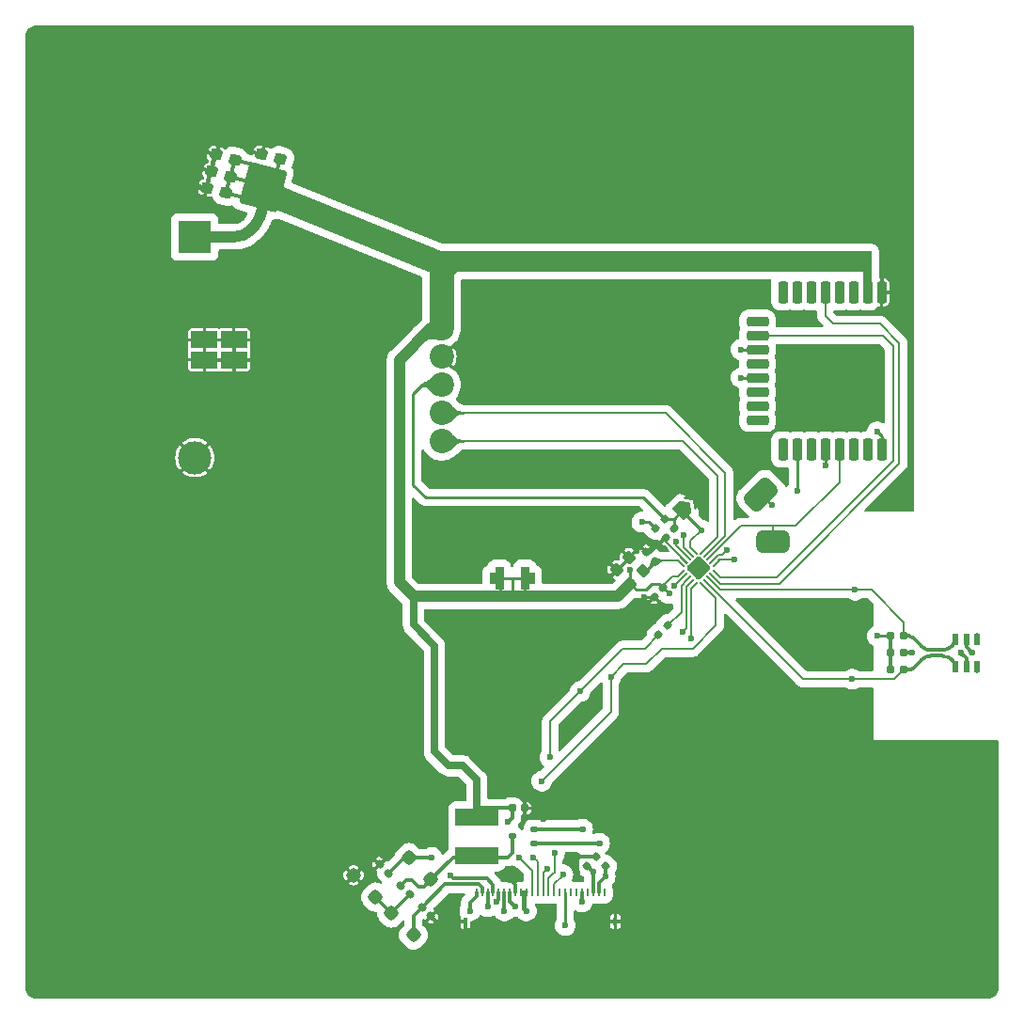
<source format=gbr>
%TF.GenerationSoftware,KiCad,Pcbnew,8.0.6-hq-2-g3d73d9976a*%
%TF.CreationDate,2024-12-24T21:53:31+08:00*%
%TF.ProjectId,DemoBoard_SensorForTemp&Rh_IntegratedWithMCU,44656d6f-426f-4617-9264-5f53656e736f,rev?*%
%TF.SameCoordinates,Original*%
%TF.FileFunction,Copper,L1,Top*%
%TF.FilePolarity,Positive*%
%FSLAX46Y46*%
G04 Gerber Fmt 4.6, Leading zero omitted, Abs format (unit mm)*
G04 Created by KiCad (PCBNEW 8.0.6-hq-2-g3d73d9976a) date 2024-12-24 21:53:31*
%MOMM*%
%LPD*%
G01*
G04 APERTURE LIST*
G04 Aperture macros list*
%AMRoundRect*
0 Rectangle with rounded corners*
0 $1 Rounding radius*
0 $2 $3 $4 $5 $6 $7 $8 $9 X,Y pos of 4 corners*
0 Add a 4 corners polygon primitive as box body*
4,1,4,$2,$3,$4,$5,$6,$7,$8,$9,$2,$3,0*
0 Add four circle primitives for the rounded corners*
1,1,$1+$1,$2,$3*
1,1,$1+$1,$4,$5*
1,1,$1+$1,$6,$7*
1,1,$1+$1,$8,$9*
0 Add four rect primitives between the rounded corners*
20,1,$1+$1,$2,$3,$4,$5,0*
20,1,$1+$1,$4,$5,$6,$7,0*
20,1,$1+$1,$6,$7,$8,$9,0*
20,1,$1+$1,$8,$9,$2,$3,0*%
%AMFreePoly0*
4,1,6,1.000000,0.000000,0.499999,-0.750000,-0.499999,-0.750000,-0.499999,0.750000,0.499999,0.750000,1.000000,0.000000,1.000000,0.000000,$1*%
%AMFreePoly1*
4,1,6,0.499999,-0.750000,-0.649999,-0.750000,-0.150000,0.000000,-0.649999,0.750000,0.499999,0.750000,0.499999,-0.750000,0.499999,-0.750000,$1*%
%AMFreePoly2*
4,1,21,0.335355,1.035355,0.350000,1.000000,0.350000,-1.000000,0.335355,-1.035355,0.300000,-1.050000,-0.400000,-1.050000,-0.435355,-1.035355,-0.450000,-1.000000,-0.450000,-0.550000,-0.900000,-0.550000,-0.935355,-0.535355,-0.950000,-0.500000,-0.950000,0.500000,-0.935355,0.535355,-0.900000,0.550000,-0.450000,0.550000,-0.450000,1.000000,-0.435355,1.035355,-0.400000,1.050000,0.300000,1.050000,
0.335355,1.035355,0.335355,1.035355,$1*%
G04 Aperture macros list end*
%TA.AperFunction,Conductor*%
%ADD10C,0.000000*%
%TD*%
%TA.AperFunction,Conductor*%
%ADD11C,0.300000*%
%TD*%
%TA.AperFunction,SMDPad,CuDef*%
%ADD12RoundRect,0.155000X0.212500X0.155000X-0.212500X0.155000X-0.212500X-0.155000X0.212500X-0.155000X0*%
%TD*%
%TA.AperFunction,SMDPad,CuDef*%
%ADD13RoundRect,0.155000X0.040659X0.259862X-0.259862X-0.040659X-0.040659X-0.259862X0.259862X0.040659X0*%
%TD*%
%TA.AperFunction,ComponentPad*%
%ADD14C,2.200000*%
%TD*%
%TA.AperFunction,SMDPad,CuDef*%
%ADD15RoundRect,0.237500X0.371231X-0.035355X-0.035355X0.371231X-0.371231X0.035355X0.035355X-0.371231X0*%
%TD*%
%TA.AperFunction,SMDPad,CuDef*%
%ADD16RoundRect,0.155000X0.259862X-0.040659X-0.040659X0.259862X-0.259862X0.040659X0.040659X-0.259862X0*%
%TD*%
%TA.AperFunction,SMDPad,CuDef*%
%ADD17RoundRect,0.108108X-1.116892X0.691892X-1.116892X-0.691892X1.116892X-0.691892X1.116892X0.691892X0*%
%TD*%
%TA.AperFunction,SMDPad,CuDef*%
%ADD18RoundRect,0.155000X-0.259862X0.040659X0.040659X-0.259862X0.259862X-0.040659X-0.040659X0.259862X0*%
%TD*%
%TA.AperFunction,SMDPad,CuDef*%
%ADD19RoundRect,0.112500X0.237500X-0.112500X0.237500X0.112500X-0.237500X0.112500X-0.237500X-0.112500X0*%
%TD*%
%TA.AperFunction,SMDPad,CuDef*%
%ADD20RoundRect,0.250000X-0.424264X0.000000X0.000000X-0.424264X0.424264X0.000000X0.000000X0.424264X0*%
%TD*%
%TA.AperFunction,SMDPad,CuDef*%
%ADD21RoundRect,0.160000X-0.197500X-0.160000X0.197500X-0.160000X0.197500X0.160000X-0.197500X0.160000X0*%
%TD*%
%TA.AperFunction,SMDPad,CuDef*%
%ADD22RoundRect,0.160000X-0.026517X-0.252791X0.252791X0.026517X0.026517X0.252791X-0.252791X-0.026517X0*%
%TD*%
%TA.AperFunction,SMDPad,CuDef*%
%ADD23RoundRect,0.236486X-1.024923X2.022706X-1.898962X-1.239253X1.024923X-2.022706X1.898962X1.239253X0*%
%TD*%
%TA.AperFunction,SMDPad,CuDef*%
%ADD24RoundRect,0.180682X-1.769318X0.614318X-1.769318X-0.614318X1.769318X-0.614318X1.769318X0.614318X0*%
%TD*%
%TA.AperFunction,SMDPad,CuDef*%
%ADD25FreePoly0,45.000000*%
%TD*%
%TA.AperFunction,SMDPad,CuDef*%
%ADD26FreePoly1,45.000000*%
%TD*%
%TA.AperFunction,SMDPad,CuDef*%
%ADD27RoundRect,0.500000X-0.353553X-1.060660X1.060660X0.353553X0.353553X1.060660X-1.060660X-0.353553X0*%
%TD*%
%TA.AperFunction,SMDPad,CuDef*%
%ADD28RoundRect,0.237500X0.339173X0.154997X-0.216234X0.303818X-0.339173X-0.154997X0.216234X-0.303818X0*%
%TD*%
%TA.AperFunction,SMDPad,CuDef*%
%ADD29RoundRect,0.160000X-0.252791X0.026517X0.026517X-0.252791X0.252791X-0.026517X-0.026517X0.252791X0*%
%TD*%
%TA.AperFunction,SMDPad,CuDef*%
%ADD30RoundRect,0.500000X-1.000000X-0.500000X1.000000X-0.500000X1.000000X0.500000X-1.000000X0.500000X0*%
%TD*%
%TA.AperFunction,SMDPad,CuDef*%
%ADD31RoundRect,0.050000X-0.300520X0.229810X0.229810X-0.300520X0.300520X-0.229810X-0.229810X0.300520X0*%
%TD*%
%TA.AperFunction,SMDPad,CuDef*%
%ADD32RoundRect,0.050000X-0.300520X-0.229810X-0.229810X-0.300520X0.300520X0.229810X0.229810X0.300520X0*%
%TD*%
%TA.AperFunction,HeatsinkPad*%
%ADD33C,0.600000*%
%TD*%
%TA.AperFunction,SMDPad,CuDef*%
%ADD34RoundRect,0.250000X-0.813173X0.000000X0.000000X-0.813173X0.813173X0.000000X0.000000X0.813173X0*%
%TD*%
%TA.AperFunction,SMDPad,CuDef*%
%ADD35RoundRect,0.062500X0.062500X0.287500X-0.062500X0.287500X-0.062500X-0.287500X0.062500X-0.287500X0*%
%TD*%
%TA.AperFunction,SMDPad,CuDef*%
%ADD36R,0.400000X0.800000*%
%TD*%
%TA.AperFunction,ComponentPad*%
%ADD37R,3.000000X3.000000*%
%TD*%
%TA.AperFunction,ComponentPad*%
%ADD38C,3.000000*%
%TD*%
%TA.AperFunction,SMDPad,CuDef*%
%ADD39R,0.500000X1.100000*%
%TD*%
%TA.AperFunction,SMDPad,CuDef*%
%ADD40RoundRect,0.212500X0.212500X-0.787500X0.212500X0.787500X-0.212500X0.787500X-0.212500X-0.787500X0*%
%TD*%
%TA.AperFunction,SMDPad,CuDef*%
%ADD41RoundRect,0.212500X0.787500X0.212500X-0.787500X0.212500X-0.787500X-0.212500X0.787500X-0.212500X0*%
%TD*%
%TA.AperFunction,SMDPad,CuDef*%
%ADD42RoundRect,0.212500X-0.212500X0.787500X-0.212500X-0.787500X0.212500X-0.787500X0.212500X0.787500X0*%
%TD*%
%TA.AperFunction,SMDPad,CuDef*%
%ADD43FreePoly2,0.000000*%
%TD*%
%TA.AperFunction,SMDPad,CuDef*%
%ADD44FreePoly2,180.000000*%
%TD*%
%TA.AperFunction,ViaPad*%
%ADD45C,0.600000*%
%TD*%
%TA.AperFunction,Conductor*%
%ADD46C,0.250000*%
%TD*%
%TA.AperFunction,Conductor*%
%ADD47C,0.400000*%
%TD*%
%TA.AperFunction,Conductor*%
%ADD48C,0.635000*%
%TD*%
%TA.AperFunction,Conductor*%
%ADD49C,1.000000*%
%TD*%
%TA.AperFunction,Conductor*%
%ADD50C,0.200000*%
%TD*%
G04 APERTURE END LIST*
D10*
%TA.AperFunction,Conductor*%
%TO.N,Net-(U3-VDD)*%
G36*
X161876729Y-107573212D02*
G01*
X161901729Y-107588212D01*
X161931729Y-107608212D01*
X161966729Y-107628212D01*
X162006729Y-107643212D01*
X162016729Y-107648212D01*
X162031729Y-107653212D01*
X162056729Y-107658212D01*
X162079024Y-107661489D01*
X162109024Y-107666489D01*
X161769000Y-108050000D01*
X161759000Y-108025000D01*
X161749024Y-107971489D01*
X161744024Y-107936489D01*
X161739024Y-107911489D01*
X161729024Y-107876489D01*
X161709024Y-107841489D01*
X161694024Y-107821489D01*
X161679024Y-107801489D01*
X161651729Y-107773212D01*
X161621729Y-107740000D01*
X161836729Y-107538212D01*
X161876729Y-107573212D01*
G37*
%TD.AperFunction*%
%TA.AperFunction,Conductor*%
%TO.N,VCC*%
G36*
X114300000Y-71755000D02*
G01*
X153035000Y-71755000D01*
X153035000Y-73660000D01*
X114300000Y-73660000D01*
X114300000Y-71755000D01*
G37*
%TD.AperFunction*%
D11*
X95686000Y-63539800D02*
X97533215Y-64049933D01*
X94873200Y-66537000D02*
X96720415Y-67047133D01*
X99297652Y-65334082D02*
X99807785Y-63486867D01*
D10*
%TA.AperFunction,Conductor*%
G36*
X115525976Y-72282581D02*
G01*
X114741575Y-74291533D01*
X98623866Y-67743631D01*
X99408266Y-65734679D01*
X115525976Y-72282581D01*
G37*
%TD.AperFunction*%
D11*
X95279600Y-65038400D02*
X97126815Y-65548533D01*
D10*
%TA.AperFunction,Conductor*%
%TO.N,GND*%
G36*
X126504700Y-127736600D02*
G01*
X126314200Y-127736600D01*
X125399800Y-126212600D01*
X125399800Y-125869700D01*
X126504700Y-125869700D01*
X126504700Y-127736600D01*
G37*
%TD.AperFunction*%
%TA.AperFunction,Conductor*%
G36*
X161334000Y-107910000D02*
G01*
X161339000Y-107950000D01*
X161344000Y-107985000D01*
X161349000Y-108010000D01*
X161359000Y-108045000D01*
X161379000Y-108080000D01*
X161394000Y-108100000D01*
X161409000Y-108120000D01*
X161436295Y-108148277D01*
X161466295Y-108178277D01*
X161251295Y-108383277D01*
X161211295Y-108348277D01*
X161186295Y-108333277D01*
X161156295Y-108313277D01*
X161121295Y-108293277D01*
X161081295Y-108278277D01*
X161071295Y-108273277D01*
X161056295Y-108268277D01*
X161031295Y-108263277D01*
X161009000Y-108260000D01*
X160979000Y-108255000D01*
X161324000Y-107875000D01*
X161334000Y-107910000D01*
G37*
%TD.AperFunction*%
%TA.AperFunction,Conductor*%
%TO.N,VCC*%
G36*
X152273000Y-73025000D02*
G01*
X153035000Y-73025000D01*
X153035000Y-75057000D01*
X152273000Y-75057000D01*
X152273000Y-73025000D01*
G37*
%TD.AperFunction*%
%TA.AperFunction,Conductor*%
G36*
X113200000Y-71755000D02*
G01*
X115400000Y-71755000D01*
X115400000Y-78740000D01*
X113200000Y-78740000D01*
X113200000Y-71755000D01*
G37*
%TD.AperFunction*%
D11*
X94873200Y-66537000D02*
X95686000Y-63539800D01*
%TD*%
D12*
%TO.P,C21,1*%
%TO.N,GND*%
X121785000Y-121920000D03*
%TO.P,C21,2*%
%TO.N,VCC*%
X120650000Y-121920000D03*
%TD*%
D13*
%TO.P,C11,1*%
%TO.N,/E104-BT01/RST*%
X135255000Y-96774000D03*
%TO.P,C11,2*%
%TO.N,GND*%
X134452434Y-97576566D03*
%TD*%
D14*
%TO.P,TP7,1,1*%
%TO.N,GND*%
X114300000Y-81280000D03*
%TD*%
D15*
%TO.P,C12,1*%
%TO.N,/HC32L110_QFN20/VCAP*%
X132419318Y-100567718D03*
%TO.P,C12,2*%
%TO.N,GND*%
X131181882Y-99330282D03*
%TD*%
D16*
%TO.P,C13,1*%
%TO.N,/HC32L110_QFN20/VCAP*%
X133548083Y-99689883D03*
%TO.P,C13,2*%
%TO.N,GND*%
X132745517Y-98887317D03*
%TD*%
D17*
%TO.P,J2,1,Pin_1*%
%TO.N,GND*%
X95588600Y-79759400D03*
X92938600Y-79759400D03*
X95588600Y-81559400D03*
X92938600Y-81559400D03*
%TD*%
D14*
%TO.P,TP10,1,1*%
%TO.N,/HC32L110_QFN20/UART_TX*%
X114300000Y-86360000D03*
%TD*%
D18*
%TO.P,C19,1*%
%TO.N,Net-(D3-A)*%
X110629902Y-128915168D03*
%TO.P,C19,2*%
%TO.N,Net-(D1-K)*%
X111432468Y-129717734D03*
%TD*%
D19*
%TO.P,Q1,1,G*%
%TO.N,/E-Ink Driver/GDR*%
X122666000Y-125110000D03*
%TO.P,Q1,2,S*%
%TO.N,/E-Ink Driver/RESE*%
X122666000Y-123810000D03*
%TO.P,Q1,3,D*%
%TO.N,Net-(D3-A)*%
X120666000Y-124460000D03*
%TD*%
D20*
%TO.P,D1,1,K*%
%TO.N,Net-(D1-K)*%
X109780101Y-131370102D03*
%TO.P,D1,2,A*%
%TO.N,/E-Ink Driver/PREVGL*%
X111759999Y-133350000D03*
%TD*%
D18*
%TO.P,C18,1*%
%TO.N,/E-Ink Driver/PREVGL*%
X112528059Y-130849246D03*
%TO.P,C18,2*%
%TO.N,GND*%
X113330625Y-131651812D03*
%TD*%
D21*
%TO.P,R2,1*%
%TO.N,VCC*%
X154723500Y-106436000D03*
%TO.P,R2,2*%
%TO.N,/SCL*%
X155918500Y-106436000D03*
%TD*%
D22*
%TO.P,R4,1*%
%TO.N,VCC*%
X133533195Y-96699753D03*
%TO.P,R4,2*%
%TO.N,/E104-BT01/RST*%
X134378187Y-95854761D03*
%TD*%
D23*
%TO.P,J1,1,Pin_1*%
%TO.N,VCC*%
X98209479Y-66016234D03*
%TD*%
D24*
%TO.P,L1,1*%
%TO.N,VCC*%
X117475000Y-122720000D03*
%TO.P,L1,2*%
%TO.N,Net-(D3-A)*%
X117475000Y-126210000D03*
%TD*%
D21*
%TO.P,R1,1*%
%TO.N,VCC*%
X154723500Y-109484000D03*
%TO.P,R1,2*%
%TO.N,/SDA*%
X155918500Y-109484000D03*
%TD*%
D25*
%TO.P,JP2,1,A*%
%TO.N,/E104-BT01/RST*%
X135957511Y-95173463D03*
D26*
%TO.P,JP2,2,B*%
%TO.N,GND*%
X136982815Y-94148159D03*
%TD*%
D14*
%TO.P,TP9,1,1*%
%TO.N,/HC32L110_QFN20/UART_RX*%
X114300000Y-88900000D03*
%TD*%
D27*
%TO.P,URT,1*%
%TO.N,/E104-BT01/TX*%
X143065500Y-93662500D03*
%TD*%
D28*
%TO.P,C5,1*%
%TO.N,VCC*%
X99807785Y-63486867D03*
%TO.P,C5,2*%
%TO.N,GND*%
X98117415Y-63033933D03*
%TD*%
D16*
%TO.P,C20,1*%
%TO.N,/E-Ink Driver/PREVGH*%
X109510693Y-127795959D03*
%TO.P,C20,2*%
%TO.N,GND*%
X108708127Y-126993393D03*
%TD*%
D20*
%TO.P,D2,1,K*%
%TO.N,GND*%
X106363361Y-127953362D03*
%TO.P,D2,2,A*%
%TO.N,Net-(D1-K)*%
X108343259Y-129933260D03*
%TD*%
D29*
%TO.P,R6,1*%
%TO.N,GND*%
X128187008Y-126282008D03*
%TO.P,R6,2*%
%TO.N,/E-Ink Driver/GDR*%
X129032000Y-127127000D03*
%TD*%
D13*
%TO.P,C15,1*%
%TO.N,VCC*%
X134264400Y-102082600D03*
%TO.P,C15,2*%
%TO.N,GND*%
X133461834Y-102885166D03*
%TD*%
D28*
%TO.P,C1,1*%
%TO.N,VCC*%
X95686000Y-63539800D03*
%TO.P,C1,2*%
%TO.N,GND*%
X93995630Y-63086866D03*
%TD*%
D20*
%TO.P,D3,1,K*%
%TO.N,/E-Ink Driver/PREVGH*%
X111358505Y-126374958D03*
%TO.P,D3,2,A*%
%TO.N,Net-(D3-A)*%
X113338403Y-128354856D03*
%TD*%
D14*
%TO.P,TP8,1,1*%
%TO.N,/E104-BT01/RST*%
X114300000Y-83820000D03*
%TD*%
D29*
%TO.P,R3,1*%
%TO.N,GND*%
X126536008Y-126282008D03*
%TO.P,R3,2*%
%TO.N,/E-Ink Driver/RESE*%
X127381000Y-127127000D03*
%TD*%
D28*
%TO.P,C4,1*%
%TO.N,VCC*%
X94873200Y-66537000D03*
%TO.P,C4,2*%
%TO.N,GND*%
X93182830Y-66084066D03*
%TD*%
D30*
%TO.P,URT,1*%
%TO.N,/E104-BT01/RX*%
X144145000Y-97917000D03*
%TD*%
D28*
%TO.P,C2,1*%
%TO.N,VCC*%
X95279600Y-65038400D03*
%TO.P,C2,2*%
%TO.N,GND*%
X93589230Y-64585466D03*
%TD*%
D31*
%TO.P,U4,1,RESETB/P00*%
%TO.N,/E104-BT01/RST*%
X136980432Y-98739010D03*
%TO.P,U4,2,XTHI/AIN7/VCIN7/P01*%
%TO.N,/E104-BT01/WKP*%
X136697589Y-99021852D03*
%TO.P,U4,3,XTHO/AIN8/P02*%
%TO.N,/E104-BT01/DATA*%
X136414746Y-99304695D03*
%TO.P,U4,4,VSS*%
%TO.N,GND*%
X136131903Y-99587538D03*
%TO.P,U4,5,VCAP*%
%TO.N,/HC32L110_QFN20/VCAP*%
X135849061Y-99870381D03*
D32*
%TO.P,U4,6,VDD*%
%TO.N,VCC*%
X135849061Y-100789619D03*
%TO.P,U4,7,LVDIN1/P03*%
%TO.N,/E-Ink Driver/nDC*%
X136131903Y-101072462D03*
%TO.P,U4,8,XTLO/P15*%
%TO.N,/E-Ink Driver/nSCK*%
X136414746Y-101355305D03*
%TO.P,U4,9,XTLI/P14*%
%TO.N,/E-Ink Driver/nCS*%
X136697589Y-101638148D03*
%TO.P,U4,10,LVDIN2/VCIN0/P23*%
%TO.N,/E-Ink Driver/RST*%
X136980432Y-101920990D03*
D31*
%TO.P,U4,11,P24/AIN0*%
%TO.N,/E-Ink Driver/nSDA*%
X137899670Y-101920990D03*
%TO.P,U4,12,P25/LVDIN3/VC1*%
%TO.N,/SDA*%
X138182513Y-101638148D03*
%TO.P,U4,13,P26/AIN1*%
%TO.N,/SCL*%
X138465356Y-101355305D03*
%TO.P,U4,14,P27/SWDIO*%
%TO.N,/E104-BT01/MOD*%
X138748199Y-101072462D03*
%TO.P,U4,15,P31/SWCLK*%
%TO.N,/E104-BT01/LINK*%
X139031041Y-100789619D03*
D32*
%TO.P,U4,16,P32/AIN2/VCIN2*%
%TO.N,/E104-BT01/DISC*%
X139031041Y-99870381D03*
%TO.P,U4,17,P33/AIN3/VCIN3*%
%TO.N,/E104-BT01/TX*%
X138748199Y-99587538D03*
%TO.P,U4,18,P34/AIN4/VCIN4*%
%TO.N,/E104-BT01/RX*%
X138465356Y-99304695D03*
%TO.P,U4,19,P35/AIN5/VCIN5*%
%TO.N,/HC32L110_QFN20/UART_TX*%
X138182513Y-99021852D03*
%TO.P,U4,20,P36/AIN6/VCIN6/AVREF*%
%TO.N,/HC32L110_QFN20/UART_RX*%
X137899670Y-98739010D03*
D33*
%TO.P,U4,21,PAD*%
%TO.N,GND*%
X137440051Y-99587538D03*
X136697589Y-100330000D03*
D34*
X137440051Y-100330000D03*
D33*
X138182513Y-100330000D03*
X137440051Y-101072462D03*
%TD*%
D35*
%TO.P,J3,1,Pin_1*%
%TO.N,unconnected-(J3-Pin_1-Pad1)*%
X128940000Y-129526000D03*
%TO.P,J3,2,Pin_2*%
%TO.N,/E-Ink Driver/GDR*%
X128440000Y-129526000D03*
%TO.P,J3,3,Pin_3*%
%TO.N,/E-Ink Driver/RESE*%
X127940000Y-129526000D03*
%TO.P,J3,4,Pin_4*%
%TO.N,unconnected-(J3-Pin_4-Pad4)*%
X127440000Y-129526000D03*
%TO.P,J3,5,Pin_5*%
%TO.N,Net-(J3-Pin_5)*%
X126940000Y-129526000D03*
%TO.P,J3,6,Pin_6*%
%TO.N,/E-Ink Driver/TSCL*%
X126440000Y-129526000D03*
%TO.P,J3,7,Pin_7*%
%TO.N,/E-Ink Driver/TSDA*%
X125940000Y-129526000D03*
%TO.P,J3,8,Pin_8*%
%TO.N,/E-Ink Driver/BS*%
X125440000Y-129526000D03*
%TO.P,J3,9,Pin_9*%
%TO.N,/E-Ink Driver/BUSY*%
X124940000Y-129526000D03*
%TO.P,J3,10,Pin_10*%
%TO.N,/E-Ink Driver/RST*%
X124440000Y-129526000D03*
%TO.P,J3,11,Pin_11*%
%TO.N,/E-Ink Driver/nDC*%
X123940000Y-129526000D03*
%TO.P,J3,12,Pin_12*%
%TO.N,/E-Ink Driver/nCS*%
X123440000Y-129526000D03*
%TO.P,J3,13,Pin_13*%
%TO.N,/E-Ink Driver/nSCK*%
X122940000Y-129526000D03*
%TO.P,J3,14,Pin_14*%
%TO.N,/E-Ink Driver/nSDA*%
X122440000Y-129526000D03*
%TO.P,J3,15,Pin_15*%
%TO.N,VCC*%
X121940000Y-129526000D03*
%TO.P,J3,16,Pin_16*%
X121440000Y-129526000D03*
%TO.P,J3,17,Pin_17*%
%TO.N,GND*%
X120940000Y-129526000D03*
%TO.P,J3,18,Pin_18*%
%TO.N,Net-(J3-Pin_18)*%
X120440000Y-129526000D03*
%TO.P,J3,19,Pin_19*%
%TO.N,/E-Ink Driver/VPP*%
X119940000Y-129526000D03*
%TO.P,J3,20,Pin_20*%
%TO.N,/E-Ink Driver/VSH*%
X119440000Y-129526000D03*
%TO.P,J3,21,Pin_21*%
%TO.N,/E-Ink Driver/PREVGH*%
X118940000Y-129526000D03*
%TO.P,J3,22,Pin_22*%
%TO.N,/E-Ink Driver/VSL*%
X118440000Y-129526000D03*
%TO.P,J3,23,Pin_23*%
%TO.N,/E-Ink Driver/PREVGL*%
X117940000Y-129526000D03*
%TO.P,J3,24,Pin_24*%
%TO.N,/E-Ink Driver/VCOM*%
X117440000Y-129526000D03*
D36*
%TO.P,J3,MP*%
%TO.N,GND*%
X129940000Y-132126000D03*
X116440000Y-132126000D03*
%TD*%
D37*
%TO.P,REF\u002A\u002A,1*%
%TO.N,VCC*%
X92075000Y-70485000D03*
D38*
%TO.P,REF\u002A\u002A,2*%
%TO.N,GND*%
X92075000Y-90365000D03*
%TD*%
D22*
%TO.P,R5,1*%
%TO.N,/E-Ink Driver/nSCK*%
X133838508Y-106318492D03*
%TO.P,R5,2*%
X134683500Y-105473500D03*
%TD*%
D15*
%TO.P,C14,1*%
%TO.N,VCC*%
X131301718Y-101710718D03*
%TO.P,C14,2*%
%TO.N,GND*%
X130064282Y-100473282D03*
%TD*%
D39*
%TO.P,U3,1,NC*%
%TO.N,unconnected-(U3-NC-Pad1)*%
X162544000Y-106710000D03*
%TO.P,U3,2,VDD*%
%TO.N,Net-(U3-VDD)*%
X161544000Y-106710000D03*
%TO.P,U3,3,SCL*%
%TO.N,/SCL*%
X160544000Y-106710000D03*
%TO.P,U3,4,SDA*%
%TO.N,/SDA*%
X160544000Y-109210000D03*
%TO.P,U3,5,GND*%
%TO.N,GND*%
X161544000Y-109210000D03*
%TO.P,U3,6,NC*%
%TO.N,unconnected-(U3-NC-Pad6)*%
X162544000Y-109210000D03*
%TD*%
D40*
%TO.P,U2,1,GND*%
%TO.N,GND*%
X153915190Y-75480200D03*
%TO.P,U2,2,VCC*%
%TO.N,VCC*%
X152645190Y-75480200D03*
%TO.P,U2,3,P2.2*%
%TO.N,unconnected-(U2-P2.2-Pad3)*%
X151375190Y-75480200D03*
%TO.P,U2,4,P2.1*%
%TO.N,unconnected-(U2-P2.1-Pad4)*%
X150105190Y-75480200D03*
%TO.P,U2,5,P2.0*%
%TO.N,/E104-BT01/MOD*%
X148835190Y-75480200D03*
%TO.P,U2,6,P1.7*%
%TO.N,unconnected-(U2-P1.7-Pad6)*%
X147565190Y-75480200D03*
%TO.P,U2,7,P1.6*%
%TO.N,unconnected-(U2-P1.6-Pad7)*%
X146295190Y-75480200D03*
%TO.P,U2,8,SCL*%
%TO.N,unconnected-(U2-SCL-Pad8)*%
X145025190Y-75480200D03*
D41*
%TO.P,U2,9,SDA*%
%TO.N,unconnected-(U2-SDA-Pad9)*%
X142756810Y-78105000D03*
%TO.P,U2,10,P1.5*%
%TO.N,/E104-BT01/LINK*%
X142756810Y-79375000D03*
%TO.P,U2,11,P1.4*%
%TO.N,/E104-BT01/DATA*%
X142756810Y-80645000D03*
%TO.P,U2,12,P1.3*%
%TO.N,unconnected-(U2-P1.3-Pad12)*%
X142756810Y-81915000D03*
%TO.P,U2,13,P1.2*%
%TO.N,/E104-BT01/WKP*%
X142756810Y-83185000D03*
%TO.P,U2,14,P1.1*%
%TO.N,unconnected-(U2-P1.1-Pad14)*%
X142756810Y-84455000D03*
%TO.P,U2,15,P1.0*%
%TO.N,unconnected-(U2-P1.0-Pad15)*%
X142756810Y-85725000D03*
%TO.P,U2,16,P0.7*%
%TO.N,unconnected-(U2-P0.7-Pad16)*%
X142756810Y-86995000D03*
D42*
%TO.P,U2,17,P0.6*%
%TO.N,unconnected-(U2-P0.6-Pad17)*%
X145025190Y-89619800D03*
%TO.P,U2,18,P0.5*%
%TO.N,/E104-BT01/DISC*%
X146295190Y-89619800D03*
%TO.P,U2,19,P0.4*%
%TO.N,unconnected-(U2-P0.4-Pad19)*%
X147565190Y-89619800D03*
%TO.P,U2,20,P0.3*%
%TO.N,/E104-BT01/TX*%
X148835190Y-89619800D03*
%TO.P,U2,21,P0.2*%
%TO.N,/E104-BT01/RX*%
X150105190Y-89619800D03*
%TO.P,U2,22,P0.1*%
%TO.N,unconnected-(U2-P0.1-Pad22)*%
X151375190Y-89619800D03*
%TO.P,U2,23,P0.0*%
%TO.N,unconnected-(U2-P0.0-Pad23)*%
X152645190Y-89619800D03*
%TO.P,U2,24,RESET_N*%
%TO.N,/E104-BT01/RST*%
X153915190Y-89619800D03*
%TD*%
D21*
%TO.P,R7,1*%
%TO.N,VCC*%
X154723500Y-107960000D03*
%TO.P,R7,2*%
%TO.N,Net-(U3-VDD)*%
X155918500Y-107960000D03*
%TD*%
D43*
%TO.P,VCC,1*%
%TO.N,VCC*%
X119550000Y-101219000D03*
D44*
X121750000Y-101219000D03*
%TD*%
D14*
%TO.P,TP6,1,1*%
%TO.N,VCC*%
X114300000Y-78740000D03*
%TD*%
D45*
%TO.N,VCC*%
X153543000Y-106426000D03*
X134810500Y-102616000D03*
X132334000Y-96164400D03*
X120269000Y-123190000D03*
X121940000Y-131191000D03*
X131267200Y-100482400D03*
%TO.N,Net-(U3-VDD)*%
X162052000Y-107960000D03*
X156654500Y-107960000D03*
%TO.N,GND*%
X148971000Y-81534000D03*
X146558000Y-86106000D03*
X114681000Y-96266000D03*
X155956000Y-94234000D03*
X78486000Y-102235000D03*
X124714000Y-109347000D03*
X108458000Y-93726000D03*
X115316000Y-100711000D03*
X153289000Y-137922000D03*
X78740000Y-81026000D03*
X149860000Y-86741000D03*
X132588000Y-77343000D03*
X90170000Y-78740000D03*
X145161000Y-77724000D03*
X89027000Y-54229000D03*
X138087100Y-115100100D03*
X128397000Y-97536000D03*
X92710000Y-85090000D03*
X144907000Y-85598000D03*
X117094000Y-109474000D03*
X151257000Y-56134000D03*
X79121000Y-66421000D03*
X148082000Y-85344000D03*
X113411000Y-91948000D03*
X112268000Y-137795000D03*
X118999000Y-76962000D03*
X79375000Y-90424000D03*
X125476000Y-99822000D03*
X142113000Y-108077000D03*
X131953000Y-90678000D03*
X123507500Y-121602500D03*
X114427000Y-97536000D03*
X149479000Y-137414000D03*
X120015000Y-96901000D03*
X151003000Y-80899000D03*
X127127000Y-113157000D03*
X119634000Y-83439000D03*
X117094000Y-98552000D03*
X110871000Y-112649000D03*
X120142000Y-136779000D03*
X121412000Y-111379000D03*
X128524000Y-137922000D03*
X154432000Y-77216000D03*
X124587000Y-97536000D03*
X140462000Y-107442000D03*
X156337000Y-92583000D03*
X114300000Y-137922000D03*
X109474000Y-104140000D03*
X120523000Y-128397000D03*
X115189000Y-56642000D03*
X145542000Y-135382000D03*
X95250000Y-77470000D03*
X146304000Y-83820000D03*
X150495000Y-113030000D03*
X97790000Y-78740000D03*
X92075000Y-137033000D03*
X92710000Y-77470000D03*
X156210000Y-72898000D03*
X162433000Y-130937000D03*
X110617000Y-75565000D03*
X129429282Y-101108282D03*
X143510000Y-104140000D03*
X151638000Y-84709000D03*
X108077000Y-98679000D03*
X120777000Y-90424000D03*
X153289000Y-83312000D03*
X104267000Y-137668000D03*
X128905000Y-82423000D03*
X82169000Y-57912000D03*
X127127000Y-91948000D03*
X80899000Y-98425000D03*
X145923000Y-81534000D03*
X123507500Y-122872500D03*
X121285000Y-98679000D03*
X144145000Y-104775000D03*
X126530000Y-127720000D03*
X138430000Y-112649000D03*
X161036000Y-107960000D03*
X137795000Y-76454000D03*
X108204000Y-137668000D03*
X129286000Y-96266000D03*
X163576000Y-125476000D03*
X152400000Y-108585000D03*
X142494000Y-56007000D03*
X80010000Y-136144000D03*
X155956000Y-74168000D03*
X133985000Y-80518000D03*
X88900000Y-81280000D03*
X160528000Y-136652000D03*
X116332000Y-112141000D03*
X110871000Y-108839000D03*
X117348000Y-106172000D03*
X153289000Y-86233000D03*
X110490000Y-106553000D03*
X152019000Y-86614000D03*
X108077000Y-73406000D03*
X122936000Y-78232000D03*
X108839000Y-80010000D03*
X146939000Y-82804000D03*
X126492000Y-54864000D03*
X147320000Y-78105000D03*
X123507500Y-122237500D03*
X79883000Y-73152000D03*
X125730000Y-105410000D03*
X99060000Y-81280000D03*
X122555000Y-105283000D03*
X154686000Y-67818000D03*
X102235000Y-72136000D03*
X110744000Y-77343000D03*
X78740000Y-133604000D03*
X78740000Y-130048000D03*
X147066000Y-112776000D03*
X79502000Y-109855000D03*
X162052000Y-119634000D03*
X149860000Y-83312000D03*
X152400000Y-104140000D03*
X149860000Y-81915000D03*
X115697000Y-105537000D03*
X116967000Y-95758000D03*
X100711000Y-54737000D03*
X108839000Y-92456000D03*
X90170000Y-83820000D03*
X84328000Y-137541000D03*
X104013000Y-72517000D03*
X154051000Y-94615000D03*
X95250000Y-85090000D03*
X151765000Y-112776000D03*
X152908000Y-81280000D03*
X134239000Y-92075000D03*
X97790000Y-83820000D03*
X137922000Y-137160000D03*
X132575300Y-102920800D03*
X127127000Y-75565000D03*
X138684000Y-85725000D03*
%TO.N,/E-Ink Driver/VCOM*%
X116840000Y-131191000D03*
%TO.N,/E-Ink Driver/VSL*%
X118440000Y-130810000D03*
%TO.N,/E-Ink Driver/VSH*%
X119253000Y-130378200D03*
%TO.N,/E-Ink Driver/VPP*%
X119940000Y-131191000D03*
%TO.N,Net-(J3-Pin_18)*%
X120929400Y-130810000D03*
%TO.N,/E104-BT01/RST*%
X137668000Y-96883952D03*
X153517600Y-88036400D03*
%TO.N,Net-(J3-Pin_5)*%
X126940000Y-130378200D03*
%TO.N,/E-Ink Driver/PREVGH*%
X113420958Y-126374958D03*
X115062000Y-128016000D03*
%TO.N,/E-Ink Driver/nSDA*%
X121285000Y-126365000D03*
X129540000Y-110109000D03*
X123317000Y-119507000D03*
%TO.N,/E-Ink Driver/RST*%
X136779000Y-106680000D03*
X125222000Y-127939800D03*
%TO.N,/E-Ink Driver/RESE*%
X127940000Y-127686000D03*
X127000000Y-123825000D03*
%TO.N,/E-Ink Driver/nSCK*%
X124079000Y-117348000D03*
X126790450Y-111398050D03*
X122555000Y-126365000D03*
%TO.N,/E-Ink Driver/GDR*%
X128524000Y-125095000D03*
X129032000Y-128079500D03*
%TO.N,/E-Ink Driver/nCS*%
X135966200Y-106070400D03*
X123825000Y-127381000D03*
%TO.N,/SDA*%
X151257000Y-110312200D03*
%TO.N,/SCL*%
X151511000Y-102285800D03*
%TO.N,/E104-BT01/TX*%
X140004800Y-98704400D03*
X148835190Y-91067810D03*
X144018000Y-94615000D03*
%TO.N,/E104-BT01/WKP*%
X141274800Y-83185000D03*
X136093200Y-97332800D03*
%TO.N,/E104-BT01/DATA*%
X141249400Y-80645000D03*
X135382000Y-97917000D03*
%TO.N,/E104-BT01/DISC*%
X140665200Y-99568000D03*
X146304000Y-93370400D03*
%TO.N,/E-Ink Driver/BS*%
X125437900Y-132486400D03*
%TO.N,/E-Ink Driver/nDC*%
X124460000Y-125984000D03*
X135267700Y-101942900D03*
%TD*%
D46*
%TO.N,GND*%
X132575300Y-102920800D02*
X133426200Y-102920800D01*
X133426200Y-102920800D02*
X133461834Y-102885166D01*
D47*
%TO.N,VCC*%
X121678700Y-130929700D02*
X121940000Y-131191000D01*
X121678700Y-129538700D02*
X121678700Y-130929700D01*
X121666000Y-129526000D02*
X121678700Y-129538700D01*
D46*
X131876800Y-102285800D02*
X131301718Y-101710718D01*
D48*
X113665000Y-116840000D02*
X113665000Y-107315000D01*
D46*
X120650000Y-102806500D02*
X120586500Y-102870000D01*
D48*
X117475000Y-119380000D02*
X117475000Y-122565000D01*
D49*
X121793000Y-102870000D02*
X130142436Y-102870000D01*
D48*
X113665000Y-116840000D02*
X114935000Y-118110000D01*
X114935000Y-118110000D02*
X116205000Y-118110000D01*
X111760000Y-105410000D02*
X111760000Y-102870000D01*
X113665000Y-107315000D02*
X111760000Y-105410000D01*
D49*
X113347500Y-78740000D02*
X110490000Y-81597500D01*
D46*
X133248400Y-101701600D02*
X132664200Y-102285800D01*
D50*
X135546680Y-101092000D02*
X135102600Y-101092000D01*
D46*
X120650000Y-101219000D02*
X119550000Y-101219000D01*
D11*
X117475000Y-121920000D02*
X117475000Y-122565000D01*
X152019000Y-72390000D02*
X152654000Y-73025000D01*
D46*
X134264400Y-102082600D02*
X133883400Y-101701600D01*
D50*
X135849061Y-100789619D02*
X135546680Y-101092000D01*
D46*
X153543000Y-106426000D02*
X154713500Y-106426000D01*
X131267200Y-101676200D02*
X131301718Y-101710718D01*
X134810500Y-102616000D02*
X134797800Y-102616000D01*
D11*
X116713000Y-72390000D02*
X152019000Y-72390000D01*
D49*
X98209479Y-67304263D02*
X98209479Y-66016234D01*
D46*
X133883400Y-101701600D02*
X133248400Y-101701600D01*
X133146800Y-96316800D02*
X132994400Y-96164400D01*
X120650000Y-101219000D02*
X121750000Y-101219000D01*
D49*
X111760000Y-102870000D02*
X121793000Y-102870000D01*
D50*
X135102600Y-101092000D02*
X134264400Y-101930200D01*
D46*
X121750000Y-102806500D02*
X120650000Y-102806500D01*
X134797800Y-102616000D02*
X134264400Y-102082600D01*
X120650000Y-101219000D02*
X120650000Y-102806500D01*
X121440000Y-129426000D02*
X121940000Y-129426000D01*
D49*
X114300000Y-78740000D02*
X113347500Y-78740000D01*
D46*
X121750000Y-101219000D02*
X121750000Y-102806500D01*
X131267200Y-100482400D02*
X131267200Y-101676200D01*
D49*
X110490000Y-81597500D02*
X110490000Y-101600000D01*
D46*
X154713500Y-106426000D02*
X154723500Y-106436000D01*
D11*
X120650000Y-122809000D02*
X120650000Y-121920000D01*
D46*
X133529753Y-96699753D02*
X133146800Y-96316800D01*
D48*
X116205000Y-118110000D02*
X117475000Y-119380000D01*
D46*
X119550000Y-102870000D02*
X121793000Y-102870000D01*
X132664200Y-102285800D02*
X131876800Y-102285800D01*
D11*
X154723500Y-109484000D02*
X154723500Y-106436000D01*
D46*
X119550000Y-101219000D02*
X119550000Y-102870000D01*
D49*
X110490000Y-101600000D02*
X111760000Y-102870000D01*
D50*
X134264400Y-101930200D02*
X134264400Y-102082600D01*
D46*
X133533195Y-96699753D02*
X133529753Y-96699753D01*
D11*
X120269000Y-123190000D02*
X120650000Y-122809000D01*
D49*
X92075000Y-70485000D02*
X95621975Y-70485000D01*
D11*
X114300000Y-74803000D02*
X116713000Y-72390000D01*
X120650000Y-121920000D02*
X117475000Y-121920000D01*
X152654000Y-75471390D02*
X152645190Y-75480200D01*
D46*
X132994400Y-96164400D02*
X132334000Y-96164400D01*
D11*
X152654000Y-73025000D02*
X152654000Y-75471390D01*
D49*
X130142436Y-102870000D02*
X131301718Y-101710718D01*
X95621975Y-70485000D02*
G75*
G03*
X97155008Y-69850008I25J2168000D01*
G01*
X97155000Y-69850000D02*
G75*
G03*
X98209463Y-67304263I-2545700J2545700D01*
G01*
D11*
%TO.N,Net-(U3-VDD)*%
X156654500Y-107960000D02*
X155918500Y-107960000D01*
X161544000Y-107452000D02*
X162052000Y-107960000D01*
X161544000Y-106910000D02*
X161544000Y-107452000D01*
D46*
%TO.N,GND*%
X134452434Y-97576566D02*
X134325434Y-97576566D01*
X92710000Y-77470000D02*
X97790000Y-77470000D01*
X113411000Y-132524500D02*
X113411000Y-133032500D01*
X88900000Y-83820000D02*
X88900000Y-78740000D01*
X90170000Y-83820000D02*
X88900000Y-83820000D01*
X136991841Y-94148159D02*
X136982815Y-94148159D01*
X100330000Y-61346595D02*
X95891412Y-61346595D01*
X130064282Y-100473282D02*
X129429282Y-101108282D01*
X134239000Y-92075000D02*
X136779000Y-92075000D01*
X91675334Y-66084066D02*
X89255600Y-68503800D01*
X88900000Y-78740000D02*
X90170000Y-78740000D01*
X133014683Y-98887317D02*
X132745517Y-98887317D01*
X99060000Y-78740000D02*
X99060000Y-81280000D01*
X92938600Y-81559400D02*
X95588600Y-81559400D01*
X90170000Y-78740000D02*
X90170000Y-77470000D01*
X122682000Y-121602500D02*
X123507500Y-121602500D01*
X136779000Y-92075000D02*
X137668000Y-92964000D01*
X108331000Y-126619000D02*
X107697723Y-126619000D01*
X104141723Y-130175000D02*
X106363361Y-127953362D01*
X113411000Y-133667500D02*
X112014000Y-135064500D01*
X132732817Y-98887317D02*
X132397500Y-98552000D01*
X131181882Y-99355682D02*
X130064282Y-100473282D01*
X114935000Y-133667500D02*
X113411000Y-133667500D01*
X108708127Y-126993393D02*
X108705393Y-126993393D01*
X105791000Y-61341000D02*
X110363000Y-65913000D01*
X97790000Y-85090000D02*
X95250000Y-85090000D01*
X110363000Y-65913000D02*
X148463000Y-65913000D01*
X121785000Y-121920000D02*
X122682000Y-121920000D01*
D11*
X120940000Y-128814000D02*
X120523000Y-128397000D01*
D46*
X122682000Y-121920000D02*
X122682000Y-121602500D01*
X93182830Y-65566602D02*
X93182830Y-66084066D01*
X134325434Y-97576566D02*
X133014683Y-98887317D01*
X107697723Y-126619000D02*
X106363361Y-127953362D01*
X92938600Y-77952600D02*
X92938600Y-79759400D01*
X95588600Y-79759400D02*
X92938600Y-79759400D01*
X89255600Y-68503800D02*
X89255600Y-74269600D01*
D11*
X126530000Y-127720000D02*
X126530000Y-126288016D01*
D46*
X153915190Y-71365190D02*
X153915190Y-75480200D01*
X97790000Y-83820000D02*
X97790000Y-85090000D01*
X90170000Y-85090000D02*
X90170000Y-83820000D01*
X99060000Y-83820000D02*
X97790000Y-83820000D01*
X93182830Y-66084066D02*
X91675334Y-66084066D01*
X97790000Y-78740000D02*
X99060000Y-78740000D01*
X113411000Y-133032500D02*
X113411000Y-133667500D01*
D50*
X136450102Y-99905737D02*
X134452434Y-97908069D01*
D46*
X95588600Y-81559400D02*
X95588600Y-79759400D01*
X90170000Y-77470000D02*
X92710000Y-77470000D01*
X137668000Y-92964000D02*
X137668000Y-93472000D01*
X99060000Y-81280000D02*
X99060000Y-83820000D01*
X93345000Y-125095000D02*
X98425000Y-130175000D01*
X109031223Y-135064500D02*
X104141723Y-130175000D01*
D50*
X134452434Y-97908069D02*
X134452434Y-97576566D01*
D46*
X132745517Y-98887317D02*
X132732817Y-98887317D01*
X95588600Y-83566000D02*
X95588600Y-111103900D01*
X95250000Y-85090000D02*
X90170000Y-85090000D01*
X95588600Y-111103900D02*
X93345000Y-113347500D01*
D11*
X126536008Y-126282008D02*
X128187008Y-126282008D01*
D46*
X113804813Y-132130687D02*
X113411000Y-132524500D01*
X114935000Y-132126000D02*
X116440000Y-132126000D01*
X98425000Y-130175000D02*
X104141723Y-130175000D01*
X94678500Y-61849000D02*
X94388071Y-62139429D01*
X92938600Y-79759400D02*
X92938600Y-81559400D01*
X132397500Y-98552000D02*
X131960164Y-98552000D01*
X113804813Y-132126000D02*
X114935000Y-132126000D01*
X100509878Y-61341000D02*
X105791000Y-61341000D01*
X113804813Y-132126000D02*
X113804813Y-132130687D01*
X114935000Y-133032500D02*
X114935000Y-132126000D01*
X148463000Y-65913000D02*
X153915190Y-71365190D01*
X97790000Y-77470000D02*
X97790000Y-78740000D01*
X114935000Y-133032500D02*
X113411000Y-133032500D01*
X108705393Y-126993393D02*
X108331000Y-126619000D01*
X137668000Y-93472000D02*
X136991841Y-94148159D01*
D11*
X161544000Y-109010000D02*
X161544000Y-108468000D01*
D46*
X131960164Y-98552000D02*
X131181882Y-99330282D01*
X112014000Y-135064500D02*
X109031223Y-135064500D01*
X93345000Y-113347500D02*
X93345000Y-125095000D01*
D11*
X126530000Y-126288016D02*
X126536008Y-126282008D01*
D46*
X93589230Y-64068002D02*
X93589230Y-64585466D01*
X113330625Y-131651812D02*
X113804813Y-132126000D01*
D11*
X161544000Y-108468000D02*
X161036000Y-107960000D01*
D46*
X99060000Y-81559400D02*
X99060000Y-81280000D01*
X89255600Y-74269600D02*
X92938600Y-77952600D01*
X95588600Y-81559400D02*
X99060000Y-81559400D01*
X95588600Y-81559400D02*
X95588600Y-83566000D01*
D11*
X120940000Y-129526000D02*
X120940000Y-128814000D01*
D46*
X94388071Y-62139429D02*
G75*
G03*
X93995603Y-63086866I947429J-947471D01*
G01*
X95891412Y-61346595D02*
G75*
G03*
X94678496Y-61848996I-12J-1715305D01*
G01*
X98117415Y-63033933D02*
G75*
G02*
X98468371Y-62186599I1198285J33D01*
G01*
X98468386Y-62186614D02*
G75*
G02*
X100509878Y-61340983I2041514J-2041486D01*
G01*
X93589230Y-64585466D02*
G75*
G03*
X93182842Y-65566602I981170J-981134D01*
G01*
X93995630Y-63086866D02*
G75*
G03*
X93589242Y-64068002I981170J-981134D01*
G01*
D11*
%TO.N,/E-Ink Driver/VCOM*%
X116840000Y-130429000D02*
X117440000Y-129829000D01*
X117440000Y-129829000D02*
X117440000Y-129526000D01*
X116840000Y-131191000D02*
X116840000Y-130429000D01*
%TO.N,/E-Ink Driver/VSL*%
X118440000Y-129526000D02*
X118440000Y-130810000D01*
%TO.N,/E-Ink Driver/VSH*%
X119440000Y-129526000D02*
X119440000Y-130191200D01*
X119440000Y-130191200D02*
X119253000Y-130378200D01*
%TO.N,/E-Ink Driver/VPP*%
X119940000Y-129526000D02*
X119940000Y-131191000D01*
%TO.N,Net-(J3-Pin_18)*%
X120440000Y-130320600D02*
X120440000Y-129526000D01*
X120929400Y-130810000D02*
X120440000Y-130320600D01*
D50*
%TO.N,/E104-BT01/RST*%
X137668000Y-96883952D02*
X137668000Y-96888300D01*
D46*
X153915190Y-88433990D02*
X153517600Y-88036400D01*
X134378187Y-95854761D02*
X135276213Y-95854761D01*
X153915190Y-89619800D02*
X153915190Y-88433990D01*
X134361161Y-95854761D02*
X132486400Y-93980000D01*
X112572800Y-83820000D02*
X114300000Y-83820000D01*
D50*
X136690100Y-98448678D02*
X136980432Y-98739010D01*
D46*
X135255000Y-96774000D02*
X135255000Y-95875974D01*
X111734600Y-92811600D02*
X111734600Y-84658200D01*
X134378187Y-95854761D02*
X134361161Y-95854761D01*
D50*
X137668000Y-96888300D02*
X136690100Y-97866200D01*
D46*
X111734600Y-84658200D02*
X112572800Y-83820000D01*
X135276213Y-95854761D02*
X135957511Y-95173463D01*
D50*
X136690100Y-97866200D02*
X136690100Y-98448678D01*
D46*
X135255000Y-95875974D02*
X135957511Y-95173463D01*
X112903000Y-93980000D02*
X111734600Y-92811600D01*
X135957511Y-95173463D02*
X137668000Y-96883952D01*
X132486400Y-93980000D02*
X112903000Y-93980000D01*
%TO.N,/HC32L110_QFN20/VCAP*%
X132419318Y-100567718D02*
X132670248Y-100567718D01*
D50*
X135597480Y-99618800D02*
X135849061Y-99870381D01*
X133619166Y-99618800D02*
X135597480Y-99618800D01*
X133548083Y-99689883D02*
X133619166Y-99618800D01*
D46*
X132670248Y-100567718D02*
X133548083Y-99689883D01*
D11*
%TO.N,Net-(J3-Pin_5)*%
X126940000Y-129526000D02*
X126940000Y-130378200D01*
%TO.N,/E-Ink Driver/PREVGL*%
X111760000Y-131617306D02*
X112528059Y-130849246D01*
X112528059Y-130849246D02*
X114599305Y-128778000D01*
X111760000Y-133350000D02*
X111760000Y-131617306D01*
X117627096Y-128778000D02*
X117940000Y-129090904D01*
X117940000Y-129090904D02*
X117940000Y-129526000D01*
X114599305Y-128778000D02*
X117627096Y-128778000D01*
X111759999Y-133350000D02*
X111760000Y-133350000D01*
%TO.N,Net-(D3-A)*%
X117475000Y-126365000D02*
X115328259Y-126365000D01*
X120666000Y-125968000D02*
X120269000Y-126365000D01*
X115328259Y-126365000D02*
X113338403Y-128354856D01*
X120269000Y-126365000D02*
X117475000Y-126365000D01*
X111612073Y-128424577D02*
X112186810Y-128999313D01*
X111120493Y-128424577D02*
X111612073Y-128424577D01*
X120666000Y-124460000D02*
X120666000Y-125968000D01*
X110629902Y-128915168D02*
X111120493Y-128424577D01*
X112693947Y-128999313D02*
X113338404Y-128354856D01*
X112186810Y-128999313D02*
X112693947Y-128999313D01*
%TO.N,Net-(D1-K)*%
X109780101Y-131370101D02*
X111432468Y-129717734D01*
X108343260Y-129933260D02*
X109780101Y-131370101D01*
%TO.N,/E-Ink Driver/PREVGH*%
X115062000Y-128016000D02*
X115316000Y-128270000D01*
X111358505Y-126374958D02*
X113420958Y-126374958D01*
X111358505Y-126374957D02*
X111356383Y-126377079D01*
X118364000Y-128270000D02*
X118940000Y-128846000D01*
X110929574Y-126377079D02*
X109510693Y-127795959D01*
X115316000Y-128270000D02*
X118364000Y-128270000D01*
X111356383Y-126377079D02*
X110929574Y-126377079D01*
X118940000Y-128846000D02*
X118940000Y-129526000D01*
D50*
%TO.N,/E-Ink Driver/nSDA*%
X122440000Y-127520000D02*
X122440000Y-129526000D01*
X139001500Y-103022820D02*
X137899670Y-101920990D01*
X134112000Y-107569000D02*
X136906000Y-107569000D01*
X128905000Y-113919000D02*
X125412500Y-117411500D01*
X121285000Y-126365000D02*
X122440000Y-127520000D01*
X130683000Y-108966000D02*
X132715000Y-108966000D01*
X129540000Y-113284000D02*
X128905000Y-113919000D01*
X132715000Y-108966000D02*
X134112000Y-107569000D01*
X139001500Y-105473500D02*
X139001500Y-103022820D01*
X129540000Y-110109000D02*
X130683000Y-108966000D01*
X136906000Y-107569000D02*
X139001500Y-105473500D01*
X129540000Y-110109000D02*
X129540000Y-113284000D01*
X123317000Y-119507000D02*
X125412500Y-117411500D01*
%TO.N,/E-Ink Driver/RST*%
X136728200Y-106629200D02*
X136779000Y-106680000D01*
X125222000Y-127965200D02*
X125222000Y-127939800D01*
X136980432Y-101920990D02*
X136728200Y-102173222D01*
X124440000Y-128747200D02*
X125222000Y-127965200D01*
X136728200Y-102173222D02*
X136728200Y-106629200D01*
X124440000Y-129526000D02*
X124440000Y-128747200D01*
D11*
%TO.N,/E-Ink Driver/RESE*%
X126985000Y-123810000D02*
X127000000Y-123825000D01*
X127381000Y-127127000D02*
X127940000Y-127686000D01*
X122666000Y-123810000D02*
X126985000Y-123810000D01*
X127940000Y-127686000D02*
X127940000Y-129526000D01*
D50*
%TO.N,/E-Ink Driver/nSCK*%
X135890000Y-104267000D02*
X134683500Y-105473500D01*
X135890000Y-101880051D02*
X135890000Y-104267000D01*
X126790450Y-111398050D02*
X124079000Y-114109500D01*
X133838508Y-106318492D02*
X132588000Y-107569000D01*
X124079000Y-114109500D02*
X124079000Y-117348000D01*
X130619500Y-107569000D02*
X130460750Y-107727750D01*
X130460750Y-107727750D02*
X126790450Y-111398050D01*
X136414746Y-101355305D02*
X135890000Y-101880051D01*
X122940000Y-126750000D02*
X122940000Y-129526000D01*
X122555000Y-126365000D02*
X122940000Y-126750000D01*
X132588000Y-107569000D02*
X130619500Y-107569000D01*
D11*
%TO.N,/E-Ink Driver/GDR*%
X128509000Y-125110000D02*
X128524000Y-125095000D01*
X129032000Y-127127000D02*
X129032000Y-128079500D01*
X129032000Y-128079500D02*
X128440000Y-128671500D01*
X128440000Y-128671500D02*
X128440000Y-129526000D01*
X122666000Y-125110000D02*
X128509000Y-125110000D01*
D46*
%TO.N,/E-Ink Driver/nCS*%
X135959000Y-106063200D02*
X135966200Y-106070400D01*
D50*
X123444000Y-129522000D02*
X123440000Y-129526000D01*
X136309100Y-105713100D02*
X135959000Y-106063200D01*
X136697589Y-101638148D02*
X136696852Y-101638148D01*
X136309100Y-102025900D02*
X136309100Y-105713100D01*
X123444000Y-127762000D02*
X123444000Y-129522000D01*
X136696852Y-101638148D02*
X136309100Y-102025900D01*
X123825000Y-127381000D02*
X123444000Y-127762000D01*
%TO.N,/SDA*%
X155090300Y-110312200D02*
X155918500Y-109484000D01*
D11*
X156718000Y-109357000D02*
X157486384Y-108588616D01*
D50*
X151257000Y-110312200D02*
X146856565Y-110312200D01*
D11*
X160292977Y-108603977D02*
X160274000Y-108585000D01*
D50*
X151257000Y-110312200D02*
X155090300Y-110312200D01*
D11*
X159378325Y-108213999D02*
X158390789Y-108213999D01*
D50*
X146856565Y-110312200D02*
X138182513Y-101638148D01*
D11*
X155918500Y-109484000D02*
X156411395Y-109484000D01*
X160274000Y-108585000D02*
G75*
G03*
X159378325Y-108213989I-895700J-895700D01*
G01*
X160544000Y-109210000D02*
G75*
G03*
X160292968Y-108603986I-857000J0D01*
G01*
X156411395Y-109484000D02*
G75*
G03*
X156718002Y-109357002I5J433600D01*
G01*
X157486384Y-108588616D02*
G75*
G02*
X158390789Y-108213985I904416J-904384D01*
G01*
%TO.N,/SCL*%
X159330043Y-107706000D02*
X158390790Y-107706000D01*
X156718000Y-106563000D02*
X157486384Y-107331384D01*
X160307119Y-107281881D02*
X160274000Y-107315000D01*
X155918500Y-106436000D02*
X156411395Y-106436000D01*
D50*
X155918500Y-105220100D02*
X152984200Y-102285800D01*
X139395851Y-102285800D02*
X138633294Y-101523243D01*
X152984200Y-102285800D02*
X139395851Y-102285800D01*
X155918500Y-106436000D02*
X155918500Y-105220100D01*
D11*
X156411395Y-106436000D02*
G75*
G02*
X156718002Y-106562998I5J-433600D01*
G01*
X160544000Y-106710000D02*
G75*
G02*
X160307127Y-107281889I-808800J0D01*
G01*
X160274000Y-107315000D02*
G75*
G02*
X159330043Y-107706047I-944000J943900D01*
G01*
X157486384Y-107331384D02*
G75*
G03*
X158390789Y-107706015I904416J904384D01*
G01*
D50*
%TO.N,/HC32L110_QFN20/UART_RX*%
X139152830Y-92010430D02*
X136042400Y-88900000D01*
X139152830Y-97485850D02*
X139152830Y-92010430D01*
X137899670Y-98739010D02*
X139152830Y-97485850D01*
X136042400Y-88900000D02*
X114300000Y-88900000D01*
%TO.N,/HC32L110_QFN20/UART_TX*%
X139827000Y-97377365D02*
X139827000Y-91719400D01*
X134467600Y-86360000D02*
X114300000Y-86360000D01*
X139827000Y-91719400D02*
X134467600Y-86360000D01*
X138182513Y-99021852D02*
X139827000Y-97377365D01*
%TO.N,/E104-BT01/TX*%
X139585700Y-99123500D02*
X140004800Y-98704400D01*
D46*
X148835190Y-91067810D02*
X148835190Y-89619800D01*
X143065500Y-93662500D02*
X144018000Y-94615000D01*
D50*
X138748199Y-99587538D02*
X139212237Y-99123500D01*
X139212237Y-99123500D02*
X139585700Y-99123500D01*
%TO.N,/E104-BT01/WKP*%
X136093200Y-98417463D02*
X136697589Y-99021852D01*
D46*
X141274800Y-83185000D02*
X142756810Y-83185000D01*
D50*
X136093200Y-97332800D02*
X136093200Y-98417463D01*
%TO.N,/E104-BT01/RX*%
X146177000Y-96520000D02*
X150105190Y-92591810D01*
X138633294Y-99136757D02*
X139420600Y-98349451D01*
X141249400Y-96520000D02*
X146177000Y-96520000D01*
X150105190Y-92591810D02*
X150105190Y-92574190D01*
X139420600Y-98348800D02*
X141249400Y-96520000D01*
X150105190Y-92574190D02*
X150105190Y-89619800D01*
X144145000Y-97917000D02*
X144145000Y-96520000D01*
%TO.N,/E104-BT01/DATA*%
X135382000Y-97917000D02*
X135382000Y-98271949D01*
X135382000Y-98271949D02*
X136246808Y-99136757D01*
D46*
X141249400Y-80645000D02*
X142756810Y-80645000D01*
D50*
%TO.N,/E104-BT01/LINK*%
X154940000Y-90678000D02*
X154940000Y-80289400D01*
X154940000Y-80289400D02*
X154025600Y-79375000D01*
X139031041Y-100789619D02*
X139384222Y-101142800D01*
X144475200Y-101142800D02*
X154940000Y-90678000D01*
X139384222Y-101142800D02*
X144475200Y-101142800D01*
X154025600Y-79375000D02*
X142756810Y-79375000D01*
%TO.N,/E104-BT01/MOD*%
X153746200Y-78308200D02*
X149555200Y-78308200D01*
X144703800Y-101701600D02*
X155498800Y-90906600D01*
X155498800Y-80060800D02*
X153746200Y-78308200D01*
X138748199Y-101072462D02*
X139377337Y-101701600D01*
X148835190Y-77588190D02*
X148835190Y-75480200D01*
X139377337Y-101701600D02*
X144703800Y-101701600D01*
X149555200Y-78308200D02*
X148835190Y-77588190D01*
X155498800Y-90906600D02*
X155498800Y-80060800D01*
%TO.N,/E104-BT01/DISC*%
X140665200Y-99568000D02*
X139333422Y-99568000D01*
D46*
X146295190Y-89619800D02*
X146295190Y-93361590D01*
D50*
X139333422Y-99568000D02*
X139031041Y-99870381D01*
D46*
X146295190Y-93361590D02*
X146304000Y-93370400D01*
D11*
%TO.N,unconnected-(U3-NC-Pad1)*%
X162544000Y-106309592D02*
X162544592Y-106309000D01*
X162544000Y-106910000D02*
X162544000Y-106309592D01*
%TO.N,unconnected-(U3-NC-Pad6)*%
X162544591Y-109610999D02*
X162544591Y-109013200D01*
D46*
%TO.N,/E-Ink Driver/BS*%
X125437900Y-132486400D02*
X125440000Y-132484300D01*
X125440000Y-132484300D02*
X125440000Y-129526000D01*
D50*
%TO.N,/E-Ink Driver/nDC*%
X135267700Y-101936666D02*
X136131903Y-101072463D01*
X136131903Y-101072463D02*
X136131903Y-101072462D01*
X123940000Y-128224314D02*
X124431157Y-127733157D01*
X123940000Y-129526000D02*
X123940000Y-128224314D01*
X135267700Y-101942900D02*
X135267700Y-101936666D01*
X124460000Y-127704314D02*
X124460000Y-125984000D01*
X124431157Y-127733157D02*
X124460000Y-127704314D01*
%TD*%
%TA.AperFunction,Conductor*%
%TO.N,GND*%
G36*
X156787121Y-51455002D02*
G01*
X156833614Y-51508658D01*
X156845000Y-51561000D01*
X156845000Y-69388245D01*
X156837266Y-69427132D01*
X156838024Y-69427335D01*
X156835887Y-69435310D01*
X156835886Y-69435312D01*
X156812000Y-69524456D01*
X156812000Y-69616744D01*
X156812878Y-69620019D01*
X156838024Y-69713866D01*
X156837263Y-69714069D01*
X156845000Y-69752953D01*
X156845000Y-95193450D01*
X156829227Y-95218483D01*
X156764912Y-95248552D01*
X156745866Y-95250000D01*
X152499745Y-95250000D01*
X152431624Y-95229998D01*
X152385131Y-95176342D01*
X152375027Y-95106068D01*
X152404521Y-95041488D01*
X152410650Y-95034905D01*
X154226055Y-93219500D01*
X156070100Y-91375455D01*
X156150592Y-91254990D01*
X156206035Y-91121138D01*
X156234300Y-90979041D01*
X156234300Y-90834160D01*
X156234300Y-79988360D01*
X156231265Y-79973102D01*
X156206036Y-79846263D01*
X156155140Y-79723390D01*
X156150592Y-79712410D01*
X156070100Y-79591946D01*
X155967654Y-79489500D01*
X154215054Y-77736900D01*
X154190981Y-77720815D01*
X154094590Y-77656408D01*
X153960738Y-77600965D01*
X153818642Y-77572700D01*
X153818640Y-77572700D01*
X149912044Y-77572700D01*
X149843923Y-77552698D01*
X149822949Y-77535795D01*
X149607595Y-77320441D01*
X149573569Y-77258129D01*
X149570690Y-77231346D01*
X149570690Y-77222623D01*
X149590692Y-77154502D01*
X149644348Y-77108009D01*
X149714622Y-77097905D01*
X149727088Y-77100345D01*
X149777535Y-77112891D01*
X149792328Y-77113894D01*
X149818949Y-77115700D01*
X149818958Y-77115700D01*
X150391431Y-77115700D01*
X150416275Y-77114014D01*
X150432845Y-77112891D01*
X150611844Y-77068376D01*
X150684207Y-77032486D01*
X150754121Y-77020140D01*
X150796172Y-77032486D01*
X150868536Y-77068376D01*
X151047535Y-77112891D01*
X151057890Y-77113593D01*
X151088949Y-77115700D01*
X151088958Y-77115700D01*
X151661431Y-77115700D01*
X151686275Y-77114014D01*
X151702845Y-77112891D01*
X151881844Y-77068376D01*
X151954207Y-77032486D01*
X152024121Y-77020140D01*
X152066172Y-77032486D01*
X152138536Y-77068376D01*
X152317535Y-77112891D01*
X152327890Y-77113593D01*
X152358949Y-77115700D01*
X152358958Y-77115700D01*
X152931431Y-77115700D01*
X152956275Y-77114014D01*
X152972845Y-77112891D01*
X153151844Y-77068376D01*
X153317088Y-76986423D01*
X153460852Y-76870862D01*
X153533544Y-76780428D01*
X153591812Y-76739866D01*
X153643526Y-76733921D01*
X153646489Y-76734199D01*
X153646507Y-76734200D01*
X153765190Y-76734200D01*
X154065190Y-76734200D01*
X154183873Y-76734200D01*
X154183875Y-76734199D01*
X154215398Y-76731243D01*
X154215402Y-76731242D01*
X154348131Y-76684798D01*
X154348133Y-76684798D01*
X154461281Y-76601291D01*
X154544788Y-76488143D01*
X154544788Y-76488141D01*
X154591232Y-76355412D01*
X154591233Y-76355408D01*
X154594189Y-76323885D01*
X154594190Y-76323882D01*
X154594190Y-75630200D01*
X154065190Y-75630200D01*
X154065190Y-76734200D01*
X153765190Y-76734200D01*
X153765190Y-75330200D01*
X154065190Y-75330200D01*
X154594190Y-75330200D01*
X154594190Y-74636517D01*
X154594189Y-74636514D01*
X154591233Y-74604991D01*
X154591232Y-74604987D01*
X154544788Y-74472258D01*
X154544788Y-74472256D01*
X154461281Y-74359108D01*
X154348132Y-74275601D01*
X154215402Y-74229157D01*
X154215398Y-74229156D01*
X154183875Y-74226200D01*
X154065190Y-74226200D01*
X154065190Y-75330200D01*
X153765190Y-75330200D01*
X153765190Y-74226199D01*
X153752176Y-74213185D01*
X153728379Y-74206198D01*
X153681886Y-74152542D01*
X153670500Y-74100200D01*
X153670500Y-71692410D01*
X153670499Y-71692406D01*
X153656196Y-71620500D01*
X153646078Y-71569631D01*
X153598173Y-71453978D01*
X153528625Y-71349892D01*
X153440108Y-71261375D01*
X153336022Y-71191827D01*
X153220369Y-71143922D01*
X153097593Y-71119500D01*
X153097591Y-71119500D01*
X115462591Y-71119500D01*
X114389394Y-71119500D01*
X114341970Y-71110235D01*
X100892542Y-65646335D01*
X100836959Y-65602164D01*
X100814080Y-65534955D01*
X100818258Y-65496993D01*
X100970338Y-64929427D01*
X100978572Y-64887543D01*
X100981997Y-64697905D01*
X100944575Y-64511965D01*
X100868056Y-64338417D01*
X100830550Y-64287186D01*
X100806452Y-64220408D01*
X100821981Y-64151741D01*
X100833797Y-64130396D01*
X100847624Y-64089964D01*
X101009859Y-63484490D01*
X101018102Y-63442560D01*
X101021531Y-63252703D01*
X100984065Y-63066547D01*
X100907456Y-62892796D01*
X100871249Y-62843338D01*
X100795292Y-62739581D01*
X100795287Y-62739575D01*
X100652803Y-62614049D01*
X100547048Y-62555513D01*
X100486669Y-62522092D01*
X100486665Y-62522090D01*
X100486664Y-62522090D01*
X100446251Y-62508270D01*
X100446231Y-62508264D01*
X99744174Y-62320148D01*
X99744165Y-62320146D01*
X99702247Y-62311905D01*
X99702236Y-62311904D01*
X99512391Y-62308476D01*
X99512379Y-62308477D01*
X99326227Y-62345942D01*
X99152477Y-62422550D01*
X99152472Y-62422553D01*
X98999262Y-62534714D01*
X98994213Y-62539327D01*
X98993198Y-62538216D01*
X98939848Y-62571869D01*
X98868854Y-62571269D01*
X98809454Y-62532382D01*
X98806329Y-62528564D01*
X98799252Y-62519565D01*
X98684122Y-62437581D01*
X98684117Y-62437578D01*
X98629207Y-62416351D01*
X98629202Y-62416349D01*
X98450982Y-62368594D01*
X98292388Y-62960477D01*
X98292388Y-62960479D01*
X98256092Y-63095937D01*
X98219140Y-63156560D01*
X98155279Y-63187581D01*
X98101774Y-63185033D01*
X97326135Y-62977201D01*
X97312497Y-63028103D01*
X97275545Y-63088726D01*
X97211685Y-63119747D01*
X97188516Y-63121471D01*
X97133287Y-63120474D01*
X97102020Y-63115949D01*
X96884897Y-63055988D01*
X96824559Y-63018574D01*
X96803148Y-62985369D01*
X96785671Y-62945729D01*
X96785670Y-62945727D01*
X96785668Y-62945724D01*
X96673508Y-62792514D01*
X96673502Y-62792508D01*
X96554220Y-62687423D01*
X97403780Y-62687423D01*
X98011348Y-62850221D01*
X98161203Y-62290949D01*
X97982984Y-62243196D01*
X97982978Y-62243195D01*
X97924806Y-62234123D01*
X97924805Y-62234123D01*
X97784117Y-62247557D01*
X97784108Y-62247559D01*
X97652909Y-62300083D01*
X97652902Y-62300087D01*
X97541808Y-62387453D01*
X97459826Y-62502580D01*
X97438596Y-62557495D01*
X97438594Y-62557501D01*
X97403780Y-62687423D01*
X96554220Y-62687423D01*
X96531018Y-62666982D01*
X96425403Y-62608523D01*
X96364884Y-62575025D01*
X96364880Y-62575023D01*
X96364879Y-62575023D01*
X96324466Y-62561203D01*
X96324446Y-62561197D01*
X95622389Y-62373081D01*
X95622380Y-62373079D01*
X95580462Y-62364838D01*
X95580451Y-62364837D01*
X95390606Y-62361409D01*
X95390594Y-62361410D01*
X95204442Y-62398875D01*
X95030692Y-62475483D01*
X95030687Y-62475486D01*
X94877477Y-62587647D01*
X94872428Y-62592260D01*
X94871413Y-62591149D01*
X94818063Y-62624802D01*
X94747069Y-62624202D01*
X94687669Y-62585315D01*
X94684544Y-62581497D01*
X94677467Y-62572498D01*
X94562337Y-62490514D01*
X94562332Y-62490511D01*
X94507422Y-62469284D01*
X94507417Y-62469282D01*
X94329197Y-62421527D01*
X94170603Y-63013410D01*
X94170603Y-63013412D01*
X93940830Y-63870934D01*
X93940814Y-63870960D01*
X93938615Y-63879172D01*
X93929970Y-63893359D01*
X93764203Y-64512010D01*
X93764203Y-64512012D01*
X93534430Y-65369534D01*
X93534414Y-65369560D01*
X93532215Y-65377772D01*
X93523570Y-65391959D01*
X93357803Y-66010610D01*
X93357803Y-66010612D01*
X93139039Y-66827048D01*
X93317260Y-66874802D01*
X93317266Y-66874803D01*
X93375438Y-66883875D01*
X93375439Y-66883875D01*
X93516127Y-66870441D01*
X93516133Y-66870440D01*
X93526759Y-66866186D01*
X93597433Y-66859434D01*
X93660539Y-66891964D01*
X93694568Y-66950899D01*
X93694856Y-66950808D01*
X93695269Y-66952112D01*
X93696040Y-66953447D01*
X93696852Y-66957106D01*
X93696919Y-66957318D01*
X93773528Y-67131070D01*
X93885692Y-67284285D01*
X93885697Y-67284291D01*
X94028181Y-67409817D01*
X94098590Y-67448789D01*
X94194316Y-67501775D01*
X94234748Y-67515601D01*
X94580116Y-67608142D01*
X94936810Y-67703718D01*
X94936819Y-67703720D01*
X94978737Y-67711961D01*
X94978740Y-67711961D01*
X94978744Y-67711962D01*
X95037161Y-67713016D01*
X95168593Y-67715390D01*
X95168594Y-67715389D01*
X95168602Y-67715390D01*
X95354758Y-67677924D01*
X95401440Y-67657340D01*
X95471839Y-67648159D01*
X95536028Y-67678496D01*
X95553936Y-67698195D01*
X95662940Y-67847092D01*
X95662942Y-67847094D01*
X95662944Y-67847096D01*
X95805255Y-67972469D01*
X95805256Y-67972470D01*
X95805258Y-67972471D01*
X95971201Y-68064324D01*
X96011589Y-68078136D01*
X96711043Y-68265553D01*
X96771666Y-68302505D01*
X96802687Y-68366365D01*
X96794259Y-68436860D01*
X96788710Y-68448208D01*
X96699631Y-68609386D01*
X96692114Y-68621351D01*
X96540362Y-68835225D01*
X96531552Y-68846272D01*
X96357824Y-69040674D01*
X96345703Y-69052525D01*
X96236418Y-69145863D01*
X96220423Y-69157485D01*
X96099191Y-69231776D01*
X96081573Y-69240752D01*
X95950213Y-69295162D01*
X95931408Y-69301272D01*
X95793149Y-69334463D01*
X95773622Y-69337556D01*
X95626783Y-69349111D01*
X95616898Y-69349499D01*
X95517453Y-69349499D01*
X95517429Y-69349500D01*
X94336499Y-69349500D01*
X94268378Y-69329498D01*
X94221885Y-69275842D01*
X94210499Y-69223500D01*
X94210499Y-68920820D01*
X94207665Y-68884797D01*
X94204840Y-68875072D01*
X94162869Y-68730607D01*
X94081135Y-68592402D01*
X94081133Y-68592400D01*
X94081130Y-68592396D01*
X93967603Y-68478869D01*
X93967599Y-68478866D01*
X93967598Y-68478865D01*
X93829393Y-68397131D01*
X93723496Y-68366365D01*
X93675202Y-68352334D01*
X93639189Y-68349500D01*
X90510820Y-68349500D01*
X90474797Y-68352334D01*
X90320604Y-68397132D01*
X90182400Y-68478866D01*
X90182396Y-68478869D01*
X90068869Y-68592396D01*
X90068866Y-68592400D01*
X89987132Y-68730604D01*
X89942334Y-68884797D01*
X89939500Y-68920810D01*
X89939500Y-72049179D01*
X89942334Y-72085202D01*
X89987132Y-72239395D01*
X90068866Y-72377599D01*
X90068869Y-72377603D01*
X90182396Y-72491130D01*
X90182400Y-72491133D01*
X90182402Y-72491135D01*
X90320607Y-72572869D01*
X90474796Y-72617665D01*
X90510819Y-72620500D01*
X93639180Y-72620499D01*
X93675204Y-72617665D01*
X93829393Y-72572869D01*
X93967598Y-72491135D01*
X94081135Y-72377598D01*
X94162869Y-72239393D01*
X94207665Y-72085204D01*
X94210499Y-72049188D01*
X94210500Y-72049188D01*
X94210500Y-71746500D01*
X94230502Y-71678379D01*
X94284158Y-71631886D01*
X94336500Y-71620500D01*
X95716259Y-71620500D01*
X95716504Y-71620490D01*
X95784254Y-71620491D01*
X95784264Y-71620490D01*
X95784271Y-71620490D01*
X95922475Y-71606878D01*
X96107276Y-71588679D01*
X96107281Y-71588678D01*
X96107282Y-71588678D01*
X96212398Y-71567769D01*
X96425625Y-71525359D01*
X96736234Y-71431139D01*
X97036112Y-71306927D01*
X97322371Y-71153920D01*
X97592254Y-70973591D01*
X97608739Y-70960061D01*
X97843146Y-70767690D01*
X97843152Y-70767684D01*
X97843161Y-70767677D01*
X97880489Y-70730347D01*
X97880495Y-70730343D01*
X97887671Y-70723166D01*
X97887673Y-70723166D01*
X97906049Y-70704790D01*
X97921006Y-70689834D01*
X97921056Y-70689806D01*
X97957931Y-70652931D01*
X98089501Y-70521361D01*
X98331183Y-70238387D01*
X98549918Y-69937322D01*
X98744357Y-69620024D01*
X98746029Y-69616744D01*
X98842536Y-69427335D01*
X98913302Y-69288448D01*
X99037987Y-68987425D01*
X99082535Y-68932144D01*
X99149898Y-68909723D01*
X99156671Y-68909664D01*
X99313468Y-68912495D01*
X99313469Y-68912494D01*
X99313477Y-68912495D01*
X99499418Y-68875073D01*
X99550229Y-68852669D01*
X99620626Y-68843488D01*
X99648481Y-68851224D01*
X112485924Y-74066500D01*
X112541507Y-74110671D01*
X112564386Y-74177880D01*
X112564500Y-74183235D01*
X112564500Y-77864968D01*
X112544498Y-77933089D01*
X112527595Y-77954064D01*
X111924198Y-78557460D01*
X111920125Y-78561355D01*
X111909013Y-78571514D01*
X111901706Y-78578301D01*
X111901630Y-78578371D01*
X111901568Y-78578430D01*
X111901405Y-78578583D01*
X111901308Y-78578675D01*
X111894715Y-78584989D01*
X111725864Y-78749054D01*
X111703975Y-78771388D01*
X111703970Y-78771393D01*
X111703950Y-78771417D01*
X111674955Y-78806015D01*
X111667480Y-78814178D01*
X109750272Y-80731389D01*
X109750271Y-80731389D01*
X109623893Y-80857766D01*
X109623890Y-80857769D01*
X109518835Y-81002364D01*
X109437237Y-81162510D01*
X109436161Y-81166326D01*
X109382460Y-81331598D01*
X109382459Y-81331601D01*
X109382459Y-81331603D01*
X109380489Y-81344041D01*
X109362183Y-81459629D01*
X109362019Y-81460662D01*
X109354500Y-81508134D01*
X109354500Y-101510634D01*
X109354500Y-101689366D01*
X109382459Y-101865897D01*
X109382460Y-101865900D01*
X109382460Y-101865902D01*
X109423465Y-101992097D01*
X109437691Y-102035881D01*
X109518833Y-102195132D01*
X109596065Y-102301433D01*
X109596069Y-102301437D01*
X109623890Y-102339730D01*
X109623893Y-102339733D01*
X110770095Y-103485934D01*
X110804120Y-103548246D01*
X110807000Y-103575029D01*
X110807000Y-105503864D01*
X110827093Y-105604879D01*
X110843623Y-105687980D01*
X110915462Y-105861415D01*
X110969544Y-105942353D01*
X111019756Y-106017501D01*
X111019761Y-106017507D01*
X112675095Y-107672840D01*
X112709120Y-107735152D01*
X112712000Y-107761935D01*
X112712000Y-116933864D01*
X112748623Y-117117980D01*
X112820462Y-117291415D01*
X112872808Y-117369756D01*
X112924756Y-117447501D01*
X112924761Y-117447507D01*
X114194757Y-118717502D01*
X114327498Y-118850243D01*
X114483585Y-118954538D01*
X114657020Y-119026377D01*
X114841138Y-119063000D01*
X115758065Y-119063000D01*
X115826186Y-119083002D01*
X115847160Y-119099905D01*
X116485095Y-119737840D01*
X116519121Y-119800152D01*
X116522000Y-119826935D01*
X116522000Y-121163500D01*
X116501998Y-121231621D01*
X116448342Y-121278114D01*
X116396000Y-121289500D01*
X115659849Y-121289500D01*
X115639931Y-121291744D01*
X115522915Y-121304929D01*
X115522912Y-121304929D01*
X115522912Y-121304930D01*
X115349312Y-121365675D01*
X115349309Y-121365676D01*
X115193582Y-121463526D01*
X115193580Y-121463527D01*
X115063527Y-121593580D01*
X115063526Y-121593582D01*
X114965676Y-121749309D01*
X114965675Y-121749312D01*
X114965675Y-121749313D01*
X114904929Y-121922915D01*
X114893418Y-122025071D01*
X114889500Y-122059848D01*
X114889500Y-123380151D01*
X114904930Y-123517091D01*
X114906389Y-123523485D01*
X114909541Y-123550563D01*
X114922466Y-125269519D01*
X114929945Y-125282879D01*
X114926043Y-125352569D01*
X114904930Y-125412910D01*
X114904930Y-125412911D01*
X114904929Y-125412915D01*
X114901428Y-125443991D01*
X114889500Y-125549848D01*
X114889500Y-125646107D01*
X114869498Y-125714228D01*
X114833507Y-125750868D01*
X114827539Y-125754855D01*
X114827532Y-125754861D01*
X114789752Y-125792642D01*
X114718121Y-125864273D01*
X114718119Y-125864275D01*
X114599992Y-125982402D01*
X114501639Y-126080755D01*
X114439327Y-126114780D01*
X114368511Y-126109715D01*
X114311676Y-126067168D01*
X114292711Y-126030596D01*
X114280288Y-125992362D01*
X114280285Y-125992357D01*
X114278701Y-125989614D01*
X114232522Y-125909629D01*
X114181963Y-125822057D01*
X114181961Y-125822055D01*
X114050380Y-125675918D01*
X113891285Y-125560329D01*
X113711636Y-125480344D01*
X113519283Y-125439458D01*
X113322633Y-125439458D01*
X113130282Y-125480343D01*
X113130280Y-125480344D01*
X112950632Y-125560329D01*
X112943660Y-125565393D01*
X112876796Y-125589252D01*
X112869600Y-125589458D01*
X112301746Y-125589458D01*
X112233625Y-125569456D01*
X112212651Y-125552554D01*
X111940818Y-125280722D01*
X111901158Y-125246849D01*
X111881856Y-125230363D01*
X111720654Y-125137293D01*
X111632139Y-125108532D01*
X111543627Y-125079772D01*
X111543622Y-125079771D01*
X111358505Y-125060316D01*
X111173387Y-125079771D01*
X111173382Y-125079772D01*
X111040613Y-125122912D01*
X110996356Y-125137293D01*
X110996353Y-125137294D01*
X110996350Y-125137296D01*
X110835155Y-125230361D01*
X110776192Y-125280721D01*
X110776179Y-125280733D01*
X110264269Y-125792644D01*
X110213908Y-125851609D01*
X110120840Y-126012806D01*
X110100277Y-126076090D01*
X110069541Y-126126246D01*
X109487093Y-126708693D01*
X109424783Y-126742717D01*
X109398000Y-126745597D01*
X109380963Y-126745597D01*
X109348698Y-126752961D01*
X109277835Y-126748618D01*
X109231567Y-126719215D01*
X109213002Y-126700650D01*
X109213000Y-126700650D01*
X109068473Y-126845177D01*
X109052301Y-126858076D01*
X109052333Y-126858116D01*
X109046804Y-126862524D01*
X109046802Y-126862526D01*
X108992843Y-126905557D01*
X108942449Y-126945745D01*
X108660479Y-127227715D01*
X108650077Y-127240759D01*
X108577260Y-127332068D01*
X108577258Y-127332070D01*
X108572850Y-127337599D01*
X108572810Y-127337567D01*
X108559911Y-127353739D01*
X108415384Y-127498266D01*
X108415384Y-127498268D01*
X108433949Y-127516833D01*
X108467975Y-127579145D01*
X108467695Y-127633964D01*
X108460331Y-127666229D01*
X108460331Y-127666232D01*
X108460331Y-127844369D01*
X108489893Y-127973887D01*
X108499970Y-128018038D01*
X108499972Y-128018043D01*
X108577257Y-128178528D01*
X108577258Y-128178530D01*
X108577259Y-128178531D01*
X108577260Y-128178533D01*
X108660472Y-128282877D01*
X108660475Y-128282880D01*
X108660479Y-128282885D01*
X108898841Y-128521247D01*
X108932867Y-128583559D01*
X108927802Y-128654374D01*
X108885255Y-128711210D01*
X108818735Y-128736021D01*
X108749361Y-128720930D01*
X108746747Y-128719462D01*
X108705410Y-128695596D01*
X108705409Y-128695595D01*
X108705408Y-128695595D01*
X108578545Y-128654374D01*
X108528381Y-128638074D01*
X108528376Y-128638073D01*
X108343259Y-128618618D01*
X108158141Y-128638073D01*
X108158136Y-128638074D01*
X108025367Y-128681214D01*
X107981110Y-128695595D01*
X107981107Y-128695596D01*
X107981104Y-128695598D01*
X107819909Y-128788663D01*
X107760946Y-128839023D01*
X107760933Y-128839035D01*
X107249023Y-129350946D01*
X107198662Y-129409911D01*
X107105597Y-129571105D01*
X107105594Y-129571112D01*
X107048073Y-129748137D01*
X107048072Y-129748142D01*
X107028617Y-129933260D01*
X107048072Y-130118377D01*
X107048073Y-130118382D01*
X107074552Y-130199872D01*
X107105594Y-130295409D01*
X107105597Y-130295414D01*
X107198662Y-130456609D01*
X107198664Y-130456611D01*
X107249025Y-130515576D01*
X107760943Y-131027493D01*
X107819908Y-131077855D01*
X107981110Y-131170925D01*
X108158139Y-131228446D01*
X108343259Y-131247902D01*
X108343259Y-131247901D01*
X108349826Y-131248592D01*
X108349586Y-131250875D01*
X108407580Y-131267904D01*
X108454073Y-131321560D01*
X108463238Y-131363695D01*
X108464769Y-131363535D01*
X108484914Y-131555219D01*
X108484915Y-131555224D01*
X108512795Y-131641027D01*
X108542436Y-131732251D01*
X108542439Y-131732256D01*
X108635504Y-131893451D01*
X108642107Y-131901182D01*
X108685867Y-131952418D01*
X108685875Y-131952426D01*
X108685876Y-131952427D01*
X109197787Y-132464337D01*
X109210130Y-132474879D01*
X109256750Y-132514697D01*
X109417952Y-132607767D01*
X109594981Y-132665288D01*
X109780101Y-132684744D01*
X109965221Y-132665288D01*
X110142250Y-132607767D01*
X110303452Y-132514697D01*
X110362417Y-132464336D01*
X110759404Y-132067347D01*
X110821717Y-132033323D01*
X110892532Y-132038387D01*
X110949368Y-132080934D01*
X110974179Y-132147454D01*
X110974500Y-132156443D01*
X110974500Y-132406758D01*
X110954498Y-132474879D01*
X110937596Y-132495853D01*
X110665763Y-132767686D01*
X110615402Y-132826651D01*
X110522337Y-132987845D01*
X110522334Y-132987852D01*
X110464813Y-133164877D01*
X110464812Y-133164882D01*
X110445357Y-133350000D01*
X110464812Y-133535117D01*
X110464813Y-133535122D01*
X110493573Y-133623634D01*
X110522334Y-133712149D01*
X110522337Y-133712154D01*
X110615402Y-133873349D01*
X110615404Y-133873351D01*
X110665765Y-133932316D01*
X110665773Y-133932324D01*
X110665774Y-133932325D01*
X111177685Y-134444235D01*
X111194891Y-134458930D01*
X111236648Y-134494595D01*
X111397850Y-134587665D01*
X111574879Y-134645186D01*
X111759999Y-134664642D01*
X111945119Y-134645186D01*
X112122148Y-134587665D01*
X112283350Y-134494595D01*
X112342315Y-134444234D01*
X112854232Y-133932316D01*
X112904594Y-133873351D01*
X112997664Y-133712149D01*
X113055185Y-133535120D01*
X113074641Y-133350000D01*
X113055185Y-133164880D01*
X112997664Y-132987851D01*
X112945629Y-132897725D01*
X112904595Y-132826650D01*
X112864750Y-132779998D01*
X112854233Y-132767684D01*
X112854223Y-132767674D01*
X112854211Y-132767661D01*
X112637572Y-132551022D01*
X115986001Y-132551022D01*
X116000737Y-132625105D01*
X116000737Y-132625107D01*
X116056875Y-132709124D01*
X116140893Y-132765262D01*
X116140894Y-132765263D01*
X116214980Y-132779999D01*
X116289999Y-132779998D01*
X116290000Y-132779998D01*
X116290000Y-132276000D01*
X115986001Y-132276000D01*
X115986001Y-132551022D01*
X112637572Y-132551022D01*
X112582405Y-132495855D01*
X112548379Y-132433543D01*
X112545500Y-132406760D01*
X112545500Y-132156686D01*
X113037882Y-132156686D01*
X113037882Y-132156687D01*
X113104831Y-132223636D01*
X113104834Y-132223638D01*
X113183288Y-132280638D01*
X113183288Y-132280639D01*
X113306502Y-132320672D01*
X113306503Y-132320673D01*
X113436064Y-132320673D01*
X113436064Y-132320672D01*
X113559279Y-132280639D01*
X113637732Y-132223639D01*
X113637735Y-132223636D01*
X113664026Y-132197346D01*
X113664026Y-132197344D01*
X113330626Y-131863944D01*
X113330625Y-131863944D01*
X113037882Y-132156686D01*
X112545500Y-132156686D01*
X112545500Y-132024859D01*
X112565502Y-131956738D01*
X112619158Y-131910245D01*
X112650945Y-131901438D01*
X112650887Y-131901182D01*
X112656480Y-131899905D01*
X112657402Y-131899650D01*
X112657772Y-131899608D01*
X112657786Y-131899608D01*
X112690053Y-131892243D01*
X112760915Y-131896585D01*
X112807184Y-131925989D01*
X112825749Y-131944554D01*
X112825750Y-131944554D01*
X112970270Y-131800032D01*
X112986447Y-131787132D01*
X112986416Y-131787093D01*
X113074702Y-131716686D01*
X113096294Y-131699467D01*
X113143950Y-131651811D01*
X113542757Y-131651811D01*
X113542757Y-131651813D01*
X113876157Y-131985213D01*
X113876159Y-131985213D01*
X113902449Y-131958922D01*
X113902452Y-131958919D01*
X113959452Y-131880466D01*
X113999485Y-131757251D01*
X113999486Y-131757251D01*
X113999486Y-131627690D01*
X113999485Y-131627689D01*
X113959452Y-131504475D01*
X113902451Y-131426021D01*
X113902449Y-131426018D01*
X113835500Y-131359069D01*
X113835499Y-131359069D01*
X113542757Y-131651811D01*
X113143950Y-131651811D01*
X113378280Y-131417481D01*
X113454775Y-131321560D01*
X113465906Y-131307603D01*
X113465945Y-131307634D01*
X113478845Y-131291457D01*
X113623367Y-131146936D01*
X113604802Y-131128371D01*
X113570776Y-131066059D01*
X113571055Y-131011241D01*
X113578421Y-130978973D01*
X113578421Y-130961939D01*
X113598423Y-130893818D01*
X113615326Y-130872844D01*
X114887765Y-129600405D01*
X114950077Y-129566379D01*
X114976860Y-129563500D01*
X116290445Y-129563500D01*
X116358566Y-129583502D01*
X116405059Y-129637158D01*
X116415163Y-129707432D01*
X116385669Y-129772012D01*
X116379540Y-129778595D01*
X116229864Y-129928270D01*
X116229859Y-129928277D01*
X116143899Y-130056926D01*
X116084688Y-130199872D01*
X116084686Y-130199877D01*
X116054500Y-130351632D01*
X116054500Y-130646764D01*
X116037619Y-130709764D01*
X115980672Y-130808399D01*
X115980668Y-130808407D01*
X115919904Y-130995421D01*
X115919903Y-130995425D01*
X115919903Y-130995427D01*
X115899347Y-131191000D01*
X115917498Y-131363695D01*
X115919904Y-131386578D01*
X115980668Y-131573592D01*
X115983356Y-131579628D01*
X115981780Y-131580329D01*
X115996506Y-131641027D01*
X115994228Y-131659615D01*
X115986000Y-131700977D01*
X115986000Y-131976000D01*
X116287952Y-131976000D01*
X116356073Y-131996002D01*
X116362015Y-132000066D01*
X116369667Y-132005626D01*
X116369671Y-132005628D01*
X116369673Y-132005629D01*
X116515250Y-132070444D01*
X116569345Y-132116423D01*
X116589994Y-132184350D01*
X116590000Y-132185550D01*
X116590000Y-132779999D01*
X116665014Y-132779999D01*
X116665022Y-132779998D01*
X116739105Y-132765262D01*
X116739107Y-132765262D01*
X116823124Y-132709124D01*
X116879262Y-132625106D01*
X116879263Y-132625105D01*
X116893999Y-132551022D01*
X116894000Y-132551015D01*
X116894000Y-132237954D01*
X116914002Y-132169833D01*
X116967658Y-132123340D01*
X116993799Y-132114708D01*
X117130678Y-132085614D01*
X117310327Y-132005629D01*
X117469420Y-131890041D01*
X117478042Y-131880466D01*
X117575420Y-131772316D01*
X117601004Y-131743902D01*
X117688494Y-131592363D01*
X117739876Y-131543371D01*
X117809589Y-131529934D01*
X117871672Y-131553427D01*
X117969673Y-131624629D01*
X118149322Y-131704614D01*
X118341675Y-131745500D01*
X118538325Y-131745500D01*
X118730678Y-131704614D01*
X118910327Y-131624629D01*
X118937877Y-131604612D01*
X119004741Y-131580754D01*
X119073893Y-131596832D01*
X119121056Y-131643548D01*
X119178994Y-131743900D01*
X119178996Y-131743902D01*
X119310577Y-131890039D01*
X119327728Y-131902500D01*
X119469673Y-132005629D01*
X119649322Y-132085614D01*
X119841675Y-132126500D01*
X120038325Y-132126500D01*
X120230678Y-132085614D01*
X120410327Y-132005629D01*
X120569420Y-131890041D01*
X120672015Y-131776097D01*
X120732460Y-131738858D01*
X120791844Y-131737161D01*
X120831075Y-131745500D01*
X120831079Y-131745500D01*
X121027721Y-131745500D01*
X121027725Y-131745500D01*
X121084748Y-131733379D01*
X121155537Y-131738781D01*
X121204579Y-131772316D01*
X121310577Y-131890039D01*
X121327728Y-131902500D01*
X121469673Y-132005629D01*
X121649322Y-132085614D01*
X121841675Y-132126500D01*
X122038325Y-132126500D01*
X122230678Y-132085614D01*
X122410327Y-132005629D01*
X122569420Y-131890041D01*
X122701004Y-131743902D01*
X122799329Y-131573598D01*
X122860097Y-131386573D01*
X122880653Y-131191000D01*
X122860097Y-130995427D01*
X122827082Y-130893818D01*
X122799331Y-130808407D01*
X122799327Y-130808399D01*
X122737032Y-130700499D01*
X122720294Y-130631503D01*
X122743515Y-130564411D01*
X122799322Y-130520524D01*
X122846146Y-130511499D01*
X123058920Y-130511499D01*
X123129242Y-130505110D01*
X123152513Y-130497857D01*
X123223497Y-130496686D01*
X123227483Y-130497856D01*
X123250758Y-130505110D01*
X123321079Y-130511500D01*
X123558920Y-130511499D01*
X123629242Y-130505110D01*
X123652513Y-130497857D01*
X123723497Y-130496686D01*
X123727483Y-130497856D01*
X123750758Y-130505110D01*
X123821079Y-130511500D01*
X124058920Y-130511499D01*
X124129242Y-130505110D01*
X124152513Y-130497857D01*
X124223497Y-130496686D01*
X124227483Y-130497856D01*
X124250758Y-130505110D01*
X124321079Y-130511500D01*
X124553499Y-130511499D01*
X124621620Y-130531501D01*
X124668113Y-130585156D01*
X124679500Y-130637499D01*
X124679500Y-131895226D01*
X124662619Y-131958226D01*
X124578571Y-132103800D01*
X124578568Y-132103807D01*
X124517804Y-132290821D01*
X124517803Y-132290825D01*
X124517803Y-132290827D01*
X124497247Y-132486400D01*
X124516049Y-132665288D01*
X124517804Y-132681978D01*
X124578568Y-132868992D01*
X124578572Y-132869000D01*
X124676894Y-133039300D01*
X124676896Y-133039302D01*
X124808477Y-133185439D01*
X124808480Y-133185441D01*
X124967573Y-133301029D01*
X125147222Y-133381014D01*
X125339575Y-133421900D01*
X125536225Y-133421900D01*
X125728578Y-133381014D01*
X125908227Y-133301029D01*
X126067320Y-133185441D01*
X126198904Y-133039302D01*
X126297229Y-132868998D01*
X126357997Y-132681973D01*
X126371761Y-132551022D01*
X129486001Y-132551022D01*
X129500737Y-132625105D01*
X129500737Y-132625107D01*
X129556875Y-132709124D01*
X129640893Y-132765262D01*
X129640894Y-132765263D01*
X129714980Y-132779999D01*
X130090000Y-132779999D01*
X130165014Y-132779999D01*
X130165022Y-132779998D01*
X130239105Y-132765262D01*
X130239107Y-132765262D01*
X130323124Y-132709124D01*
X130379262Y-132625106D01*
X130379263Y-132625105D01*
X130393999Y-132551022D01*
X130394000Y-132551015D01*
X130394000Y-132276000D01*
X130090000Y-132276000D01*
X130090000Y-132779999D01*
X129714980Y-132779999D01*
X129789999Y-132779998D01*
X129790000Y-132779998D01*
X129790000Y-132276000D01*
X129486001Y-132276000D01*
X129486001Y-132551022D01*
X126371761Y-132551022D01*
X126378553Y-132486400D01*
X126357997Y-132290827D01*
X126327623Y-132197344D01*
X126297231Y-132103807D01*
X126297227Y-132103800D01*
X126256538Y-132033323D01*
X126217381Y-131965500D01*
X126200500Y-131902500D01*
X126200500Y-131700977D01*
X129486000Y-131700977D01*
X129486000Y-131976000D01*
X129790000Y-131976000D01*
X130090000Y-131976000D01*
X130393999Y-131976000D01*
X130393999Y-131700986D01*
X130393998Y-131700977D01*
X130379262Y-131626894D01*
X130379262Y-131626892D01*
X130323124Y-131542875D01*
X130239106Y-131486737D01*
X130239105Y-131486736D01*
X130165022Y-131472000D01*
X130090000Y-131472000D01*
X130090000Y-131976000D01*
X129790000Y-131976000D01*
X129790000Y-131471999D01*
X129714982Y-131472000D01*
X129640894Y-131486737D01*
X129640892Y-131486737D01*
X129556875Y-131542875D01*
X129500737Y-131626893D01*
X129500736Y-131626894D01*
X129486000Y-131700977D01*
X126200500Y-131700977D01*
X126200500Y-131244552D01*
X126220502Y-131176431D01*
X126274158Y-131129938D01*
X126344432Y-131119834D01*
X126400560Y-131142615D01*
X126469673Y-131192829D01*
X126649322Y-131272814D01*
X126841675Y-131313700D01*
X127038325Y-131313700D01*
X127230678Y-131272814D01*
X127410327Y-131192829D01*
X127569420Y-131077241D01*
X127701004Y-130931102D01*
X127799329Y-130760798D01*
X127815911Y-130709764D01*
X127852043Y-130598563D01*
X127892117Y-130539957D01*
X127957513Y-130512320D01*
X127971876Y-130511499D01*
X128058918Y-130511499D01*
X128058920Y-130511499D01*
X128129242Y-130505110D01*
X128152513Y-130497857D01*
X128223497Y-130496686D01*
X128227483Y-130497856D01*
X128250758Y-130505110D01*
X128321079Y-130511500D01*
X128558920Y-130511499D01*
X128629242Y-130505110D01*
X128652513Y-130497857D01*
X128723497Y-130496686D01*
X128727483Y-130497856D01*
X128750758Y-130505110D01*
X128821079Y-130511500D01*
X129058920Y-130511499D01*
X129129242Y-130505110D01*
X129291072Y-130454681D01*
X129436132Y-130366990D01*
X129555990Y-130247132D01*
X129643681Y-130102072D01*
X129694110Y-129940242D01*
X129700500Y-129869921D01*
X129700499Y-129182080D01*
X129694110Y-129111758D01*
X129643681Y-128949928D01*
X129643678Y-128949923D01*
X129636724Y-128938418D01*
X129618602Y-128869774D01*
X129640468Y-128802228D01*
X129660253Y-128779592D01*
X129661424Y-128778537D01*
X129736104Y-128695596D01*
X129793004Y-128632402D01*
X129891329Y-128462098D01*
X129952097Y-128275073D01*
X129972653Y-128079500D01*
X129952097Y-127883927D01*
X129905798Y-127741435D01*
X129903771Y-127670470D01*
X129927120Y-127623943D01*
X129962623Y-127579426D01*
X130040401Y-127417916D01*
X130080291Y-127243148D01*
X130080291Y-127063885D01*
X130040401Y-126889117D01*
X129962623Y-126727607D01*
X129878886Y-126622605D01*
X129878878Y-126622596D01*
X129536403Y-126280121D01*
X129536393Y-126280112D01*
X129431394Y-126196378D01*
X129431393Y-126196377D01*
X129375430Y-126169427D01*
X129269883Y-126118599D01*
X129111773Y-126082511D01*
X129049813Y-126047853D01*
X129016426Y-125985197D01*
X129022213Y-125914436D01*
X129065337Y-125858038D01*
X129065540Y-125857889D01*
X129153420Y-125794041D01*
X129285004Y-125647902D01*
X129383329Y-125477598D01*
X129444097Y-125290573D01*
X129464653Y-125095000D01*
X129444097Y-124899427D01*
X129426482Y-124845212D01*
X129383331Y-124712407D01*
X129383327Y-124712399D01*
X129285005Y-124542099D01*
X129285003Y-124542097D01*
X129153422Y-124395960D01*
X128994327Y-124280371D01*
X128814678Y-124200386D01*
X128622325Y-124159500D01*
X128425675Y-124159500D01*
X128233324Y-124200385D01*
X128233322Y-124200386D01*
X128057348Y-124278735D01*
X127986982Y-124288169D01*
X127922685Y-124258063D01*
X127884871Y-124197974D01*
X127885547Y-124126980D01*
X127886267Y-124124692D01*
X127899942Y-124082603D01*
X127920097Y-124020573D01*
X127940653Y-123825000D01*
X127920097Y-123629427D01*
X127901632Y-123572598D01*
X127859331Y-123442407D01*
X127859327Y-123442399D01*
X127761005Y-123272099D01*
X127761003Y-123272097D01*
X127629422Y-123125960D01*
X127470327Y-123010371D01*
X127290678Y-122930386D01*
X127098325Y-122889500D01*
X126901675Y-122889500D01*
X126709324Y-122930385D01*
X126709322Y-122930386D01*
X126529674Y-123010371D01*
X126529672Y-123010371D01*
X126523642Y-123013057D01*
X126522631Y-123010788D01*
X126471440Y-123024500D01*
X123270147Y-123024500D01*
X123229339Y-123015454D01*
X123228736Y-123017275D01*
X123055794Y-122959967D01*
X123055782Y-122959965D01*
X122953351Y-122949500D01*
X122378656Y-122949500D01*
X122276211Y-122959965D01*
X122110233Y-123014965D01*
X121961405Y-123106763D01*
X121961399Y-123106768D01*
X121837768Y-123230399D01*
X121837763Y-123230405D01*
X121745965Y-123379233D01*
X121690967Y-123545205D01*
X121690965Y-123545217D01*
X121680500Y-123647648D01*
X121680500Y-123762478D01*
X121660498Y-123830599D01*
X121606842Y-123877092D01*
X121536568Y-123887196D01*
X121471988Y-123857702D01*
X121465405Y-123851573D01*
X121370600Y-123756768D01*
X121370594Y-123756763D01*
X121221770Y-123664967D01*
X121221766Y-123664965D01*
X121221765Y-123664965D01*
X121215584Y-123662082D01*
X121162301Y-123615162D01*
X121142844Y-123546884D01*
X121149005Y-123508961D01*
X121182063Y-123407219D01*
X121212797Y-123357066D01*
X121260138Y-123309727D01*
X121346101Y-123181074D01*
X121405314Y-123038122D01*
X121422942Y-122949500D01*
X121435500Y-122886366D01*
X121435500Y-122731635D01*
X121435500Y-122672126D01*
X121455502Y-122604005D01*
X121472402Y-122583033D01*
X121484449Y-122570987D01*
X121502056Y-122542964D01*
X121555234Y-122495927D01*
X121608744Y-122484000D01*
X121635000Y-122484000D01*
X121935000Y-122484000D01*
X122029686Y-122484000D01*
X122125461Y-122468831D01*
X122240901Y-122410012D01*
X122332512Y-122318401D01*
X122391331Y-122202961D01*
X122406500Y-122107186D01*
X122406500Y-122070000D01*
X121935000Y-122070000D01*
X121935000Y-122484000D01*
X121635000Y-122484000D01*
X121635000Y-122279605D01*
X121637315Y-122259053D01*
X121637264Y-122259048D01*
X121638056Y-122252018D01*
X121638057Y-122252016D01*
X121653000Y-122119394D01*
X121653000Y-121770000D01*
X121935000Y-121770000D01*
X122406500Y-121770000D01*
X122406500Y-121732813D01*
X122391331Y-121637038D01*
X122332512Y-121521598D01*
X122240901Y-121429987D01*
X122125461Y-121371168D01*
X122029686Y-121356000D01*
X121935000Y-121356000D01*
X121935000Y-121770000D01*
X121653000Y-121770000D01*
X121653000Y-121720606D01*
X121638057Y-121587984D01*
X121637265Y-121580954D01*
X121637316Y-121580948D01*
X121635000Y-121560392D01*
X121635000Y-121356000D01*
X121608744Y-121356000D01*
X121540623Y-121335998D01*
X121502056Y-121297035D01*
X121490167Y-121278114D01*
X121484449Y-121269013D01*
X121484448Y-121269012D01*
X121484447Y-121269010D01*
X121358489Y-121143052D01*
X121358486Y-121143050D01*
X121207657Y-121048278D01*
X121207655Y-121048277D01*
X121093978Y-121008500D01*
X121039516Y-120989443D01*
X120923735Y-120976397D01*
X120906895Y-120974500D01*
X120906894Y-120974500D01*
X120393106Y-120974500D01*
X120393105Y-120974500D01*
X120373814Y-120976673D01*
X120260484Y-120989443D01*
X120260481Y-120989443D01*
X120260481Y-120989444D01*
X120092344Y-121048277D01*
X120092342Y-121048278D01*
X119985858Y-121115187D01*
X119918822Y-121134500D01*
X118554000Y-121134500D01*
X118485879Y-121114498D01*
X118439386Y-121060842D01*
X118428000Y-121008500D01*
X118428000Y-119286139D01*
X118427999Y-119286135D01*
X118391377Y-119102020D01*
X118319538Y-118928585D01*
X118215243Y-118772498D01*
X118082502Y-118639757D01*
X117489784Y-118047039D01*
X116812507Y-117369761D01*
X116812501Y-117369756D01*
X116760709Y-117335149D01*
X116656415Y-117265462D01*
X116482980Y-117193623D01*
X116298864Y-117157000D01*
X116298862Y-117157000D01*
X115381935Y-117157000D01*
X115313814Y-117136998D01*
X115292840Y-117120095D01*
X114654905Y-116482160D01*
X114620879Y-116419848D01*
X114618000Y-116393065D01*
X114618000Y-107221139D01*
X114617999Y-107221135D01*
X114581377Y-107037020D01*
X114509538Y-106863585D01*
X114405243Y-106707498D01*
X114272502Y-106574757D01*
X112749905Y-105052160D01*
X112715879Y-104989848D01*
X112713000Y-104963065D01*
X112713000Y-104131500D01*
X112733002Y-104063379D01*
X112786658Y-104016886D01*
X112839000Y-104005500D01*
X130231800Y-104005500D01*
X130231802Y-104005500D01*
X130408333Y-103977541D01*
X130536629Y-103935853D01*
X130578317Y-103922309D01*
X130737568Y-103841167D01*
X130882164Y-103736111D01*
X131008547Y-103609728D01*
X131068072Y-103550203D01*
X131068074Y-103550199D01*
X131187575Y-103430698D01*
X133128433Y-103430698D01*
X133128433Y-103430700D01*
X133154726Y-103456993D01*
X133233179Y-103513993D01*
X133356394Y-103554026D01*
X133356395Y-103554027D01*
X133485956Y-103554027D01*
X133485956Y-103554026D01*
X133609170Y-103513993D01*
X133609170Y-103513992D01*
X133687622Y-103456994D01*
X133754576Y-103390039D01*
X133461835Y-103097298D01*
X133461833Y-103097298D01*
X133128433Y-103430698D01*
X131187575Y-103430698D01*
X131562501Y-103055773D01*
X131624811Y-103021750D01*
X131676170Y-103021292D01*
X131801898Y-103046301D01*
X131801899Y-103046301D01*
X131957916Y-103046301D01*
X131957936Y-103046300D01*
X132721391Y-103046300D01*
X132789512Y-103066302D01*
X132826010Y-103106646D01*
X132827178Y-103105799D01*
X132890004Y-103192270D01*
X132890009Y-103192276D01*
X132916300Y-103218567D01*
X132916301Y-103218567D01*
X133360009Y-102774857D01*
X133422322Y-102740832D01*
X133493137Y-102745896D01*
X133538200Y-102774857D01*
X133696156Y-102932813D01*
X133696166Y-102932822D01*
X133806042Y-103020446D01*
X133806010Y-103020486D01*
X133822184Y-103033383D01*
X133966708Y-103177908D01*
X134001506Y-103177908D01*
X134069627Y-103197910D01*
X134095142Y-103219598D01*
X134181077Y-103315039D01*
X134233162Y-103352881D01*
X134340173Y-103430629D01*
X134519822Y-103510614D01*
X134712175Y-103551500D01*
X134908829Y-103551500D01*
X135002302Y-103531631D01*
X135073093Y-103537032D01*
X135129726Y-103579848D01*
X135154220Y-103646486D01*
X135154500Y-103654877D01*
X135154500Y-103910156D01*
X135134498Y-103978277D01*
X135117595Y-103999251D01*
X134728542Y-104388304D01*
X134666230Y-104422330D01*
X134639447Y-104425209D01*
X134620385Y-104425209D01*
X134445617Y-104465099D01*
X134445612Y-104465101D01*
X134284106Y-104542877D01*
X134284105Y-104542878D01*
X134179106Y-104626612D01*
X134179096Y-104626621D01*
X133836621Y-104969096D01*
X133836612Y-104969106D01*
X133752878Y-105074105D01*
X133752877Y-105074106D01*
X133672029Y-105241992D01*
X133670338Y-105241177D01*
X133634454Y-105291207D01*
X133606686Y-105306369D01*
X133607000Y-105307021D01*
X133439114Y-105387869D01*
X133439113Y-105387870D01*
X133334114Y-105471604D01*
X133334104Y-105471613D01*
X132991629Y-105814088D01*
X132991620Y-105814098D01*
X132907886Y-105919097D01*
X132907885Y-105919098D01*
X132830109Y-106080604D01*
X132830107Y-106080609D01*
X132790217Y-106255379D01*
X132790217Y-106274439D01*
X132770215Y-106342560D01*
X132753312Y-106363534D01*
X132320251Y-106796595D01*
X132257939Y-106830621D01*
X132231156Y-106833500D01*
X130547056Y-106833500D01*
X130404961Y-106861765D01*
X130404956Y-106861767D01*
X130271109Y-106917208D01*
X130150645Y-106997699D01*
X129991896Y-107156450D01*
X129991895Y-107156450D01*
X126710479Y-110437865D01*
X126648167Y-110471891D01*
X126647582Y-110472016D01*
X126499777Y-110503433D01*
X126320119Y-110583423D01*
X126161027Y-110699010D01*
X126029446Y-110845147D01*
X126029444Y-110845149D01*
X125931122Y-111015449D01*
X125931121Y-111015452D01*
X125870354Y-111202471D01*
X125870352Y-111202479D01*
X125866146Y-111242491D01*
X125839131Y-111308147D01*
X125829932Y-111318412D01*
X124153069Y-112995277D01*
X123610146Y-113538200D01*
X123558922Y-113589423D01*
X123507699Y-113640646D01*
X123427208Y-113761110D01*
X123371767Y-113894956D01*
X123371765Y-113894961D01*
X123343500Y-114037057D01*
X123343500Y-116719054D01*
X123323498Y-116787175D01*
X123319440Y-116793109D01*
X123317998Y-116795093D01*
X123219671Y-116965400D01*
X123219668Y-116965407D01*
X123158904Y-117152421D01*
X123158903Y-117152425D01*
X123158903Y-117152427D01*
X123138347Y-117348000D01*
X123148805Y-117447502D01*
X123158904Y-117543578D01*
X123219668Y-117730592D01*
X123219672Y-117730600D01*
X123317994Y-117900900D01*
X123317996Y-117900902D01*
X123449577Y-118047039D01*
X123496586Y-118081193D01*
X123539940Y-118137415D01*
X123546015Y-118208151D01*
X123512884Y-118270943D01*
X123511620Y-118272224D01*
X123237029Y-118546815D01*
X123174717Y-118580841D01*
X123174132Y-118580966D01*
X123026327Y-118612383D01*
X122846669Y-118692373D01*
X122687577Y-118807960D01*
X122555996Y-118954097D01*
X122555994Y-118954099D01*
X122457672Y-119124399D01*
X122457668Y-119124407D01*
X122396904Y-119311421D01*
X122396903Y-119311425D01*
X122396903Y-119311427D01*
X122376347Y-119507000D01*
X122392697Y-119662561D01*
X122396904Y-119702578D01*
X122457668Y-119889592D01*
X122457672Y-119889600D01*
X122555994Y-120059900D01*
X122555996Y-120059902D01*
X122687577Y-120206039D01*
X122687580Y-120206041D01*
X122846673Y-120321629D01*
X123026322Y-120401614D01*
X123218675Y-120442500D01*
X123415325Y-120442500D01*
X123607678Y-120401614D01*
X123787327Y-120321629D01*
X123946420Y-120206041D01*
X124078004Y-120059902D01*
X124176329Y-119889598D01*
X124237097Y-119702573D01*
X124241302Y-119662560D01*
X124268314Y-119596904D01*
X124277499Y-119586653D01*
X125983800Y-117880354D01*
X129476300Y-114387854D01*
X130111300Y-113752854D01*
X130191792Y-113632390D01*
X130230807Y-113538200D01*
X130247236Y-113498537D01*
X130275500Y-113356440D01*
X130275500Y-113211559D01*
X130275500Y-110737945D01*
X130295502Y-110669824D01*
X130299569Y-110663877D01*
X130301000Y-110661905D01*
X130301004Y-110661902D01*
X130399329Y-110491598D01*
X130460097Y-110304573D01*
X130464302Y-110264561D01*
X130491314Y-110198905D01*
X130500507Y-110188645D01*
X130950750Y-109738404D01*
X131013062Y-109704379D01*
X131039845Y-109701500D01*
X132787439Y-109701500D01*
X132787440Y-109701500D01*
X132929538Y-109673235D01*
X133038540Y-109628085D01*
X133063390Y-109617792D01*
X133183854Y-109537300D01*
X133286300Y-109434854D01*
X134379749Y-108341405D01*
X134442061Y-108307379D01*
X134468844Y-108304500D01*
X136978439Y-108304500D01*
X136978440Y-108304500D01*
X137120538Y-108276235D01*
X137141863Y-108267402D01*
X137254390Y-108220792D01*
X137374854Y-108140300D01*
X137477300Y-108037854D01*
X139572800Y-105942354D01*
X139583777Y-105925926D01*
X139653292Y-105821890D01*
X139688853Y-105736038D01*
X139688854Y-105736038D01*
X139708734Y-105688043D01*
X139708734Y-105688040D01*
X139708736Y-105688037D01*
X139737000Y-105545940D01*
X139737000Y-105401059D01*
X139737000Y-104536979D01*
X139757002Y-104468858D01*
X139810658Y-104422365D01*
X139880932Y-104412261D01*
X139945512Y-104441755D01*
X139952095Y-104447884D01*
X146285265Y-110781054D01*
X146387711Y-110883500D01*
X146508175Y-110963992D01*
X146632411Y-111015452D01*
X146642027Y-111019435D01*
X146784125Y-111047700D01*
X146929005Y-111047700D01*
X150636821Y-111047700D01*
X150704942Y-111067702D01*
X150710882Y-111071764D01*
X150786668Y-111126826D01*
X150786670Y-111126827D01*
X150786673Y-111126829D01*
X150966322Y-111206814D01*
X151158675Y-111247700D01*
X151355325Y-111247700D01*
X151547678Y-111206814D01*
X151727327Y-111126829D01*
X151803118Y-111071764D01*
X151869985Y-111047906D01*
X151877179Y-111047700D01*
X153036000Y-111047700D01*
X153104121Y-111067702D01*
X153150614Y-111121358D01*
X153162000Y-111173700D01*
X153162000Y-115824000D01*
X164339000Y-115824000D01*
X164407121Y-115844002D01*
X164453614Y-115897658D01*
X164465000Y-115950000D01*
X164465000Y-138058812D01*
X164464393Y-138071163D01*
X164447001Y-138247738D01*
X164442183Y-138271962D01*
X164392482Y-138435808D01*
X164383029Y-138458629D01*
X164302318Y-138609627D01*
X164288595Y-138630165D01*
X164179979Y-138762514D01*
X164162514Y-138779979D01*
X164030165Y-138888595D01*
X164009627Y-138902318D01*
X163858629Y-138983029D01*
X163835808Y-138992482D01*
X163671962Y-139042183D01*
X163647738Y-139047001D01*
X163499273Y-139061624D01*
X163471161Y-139064393D01*
X163458813Y-139065000D01*
X77841187Y-139065000D01*
X77828838Y-139064393D01*
X77796095Y-139061168D01*
X77652261Y-139047001D01*
X77628037Y-139042183D01*
X77464191Y-138992482D01*
X77441372Y-138983030D01*
X77393011Y-138957180D01*
X77290372Y-138902318D01*
X77269834Y-138888595D01*
X77137485Y-138779979D01*
X77120020Y-138762514D01*
X77011404Y-138630165D01*
X76997681Y-138609627D01*
X76984064Y-138584153D01*
X76916967Y-138458622D01*
X76907520Y-138435815D01*
X76857815Y-138271959D01*
X76852998Y-138247737D01*
X76835607Y-138071162D01*
X76835000Y-138058812D01*
X76835000Y-128627940D01*
X105900913Y-128627940D01*
X106041061Y-128768088D01*
X106041071Y-128768097D01*
X106088077Y-128805979D01*
X106219908Y-128866183D01*
X106219911Y-128866184D01*
X106363358Y-128886809D01*
X106363364Y-128886809D01*
X106506810Y-128866184D01*
X106506813Y-128866183D01*
X106638645Y-128805979D01*
X106638650Y-128805975D01*
X106685642Y-128768105D01*
X106685659Y-128768090D01*
X106825808Y-128627941D01*
X106825808Y-128627940D01*
X106363362Y-128165494D01*
X106363361Y-128165494D01*
X105900913Y-128627940D01*
X76835000Y-128627940D01*
X76835000Y-127953358D01*
X105429914Y-127953358D01*
X105429914Y-127953365D01*
X105450538Y-128096811D01*
X105450539Y-128096814D01*
X105510743Y-128228646D01*
X105510746Y-128228650D01*
X105548623Y-128275651D01*
X105548626Y-128275655D01*
X105688780Y-128415809D01*
X105688781Y-128415809D01*
X106151229Y-127953361D01*
X106575493Y-127953361D01*
X106575493Y-127953363D01*
X107037939Y-128415809D01*
X107037941Y-128415809D01*
X107178092Y-128275657D01*
X107178099Y-128275649D01*
X107215977Y-128228648D01*
X107276182Y-128096814D01*
X107276183Y-128096811D01*
X107296808Y-127953365D01*
X107296808Y-127953358D01*
X107276183Y-127809912D01*
X107276182Y-127809909D01*
X107215978Y-127678077D01*
X107215975Y-127678073D01*
X107178098Y-127631072D01*
X107178095Y-127631068D01*
X107037941Y-127490914D01*
X107037940Y-127490914D01*
X106575493Y-127953361D01*
X106151229Y-127953361D01*
X105688782Y-127490914D01*
X105688780Y-127490914D01*
X105548629Y-127631067D01*
X105510743Y-127678078D01*
X105450539Y-127809909D01*
X105450538Y-127809912D01*
X105429914Y-127953358D01*
X76835000Y-127953358D01*
X76835000Y-127278782D01*
X105900913Y-127278782D01*
X105900913Y-127278783D01*
X106363360Y-127741230D01*
X106363361Y-127741230D01*
X106825808Y-127278782D01*
X106685660Y-127138635D01*
X106685650Y-127138626D01*
X106638644Y-127100744D01*
X106506813Y-127040540D01*
X106506810Y-127040539D01*
X106363364Y-127019915D01*
X106363358Y-127019915D01*
X106219911Y-127040539D01*
X106219908Y-127040540D01*
X106088076Y-127100744D01*
X106088072Y-127100747D01*
X106041079Y-127138617D01*
X105900913Y-127278782D01*
X76835000Y-127278782D01*
X76835000Y-126887953D01*
X108039266Y-126887953D01*
X108039266Y-127017515D01*
X108079299Y-127140729D01*
X108136300Y-127219183D01*
X108136302Y-127219186D01*
X108203251Y-127286135D01*
X108203252Y-127286135D01*
X108495995Y-126993392D01*
X108162595Y-126659992D01*
X108162593Y-126659992D01*
X108136302Y-126686282D01*
X108136299Y-126686285D01*
X108079299Y-126764738D01*
X108039266Y-126887953D01*
X76835000Y-126887953D01*
X76835000Y-126447859D01*
X108374726Y-126447859D01*
X108374726Y-126447861D01*
X108708126Y-126781261D01*
X108708127Y-126781261D01*
X109000869Y-126488518D01*
X109000869Y-126488517D01*
X108933920Y-126421568D01*
X108933917Y-126421566D01*
X108855463Y-126364566D01*
X108855463Y-126364565D01*
X108732249Y-126324532D01*
X108602688Y-126324532D01*
X108479472Y-126364565D01*
X108401019Y-126421565D01*
X108401016Y-126421568D01*
X108374726Y-126447859D01*
X76835000Y-126447859D01*
X76835000Y-90365000D01*
X90316082Y-90365000D01*
X90335728Y-90627157D01*
X90394225Y-90883448D01*
X90394227Y-90883453D01*
X90490268Y-91128162D01*
X90490271Y-91128170D01*
X90621709Y-91355826D01*
X90621714Y-91355834D01*
X90732770Y-91495095D01*
X90732772Y-91495095D01*
X91449312Y-90778555D01*
X91492437Y-90843097D01*
X91596903Y-90947563D01*
X91661443Y-90990687D01*
X90943902Y-91708228D01*
X90943902Y-91708229D01*
X90978330Y-91740174D01*
X91195538Y-91888265D01*
X91195538Y-91888266D01*
X91432390Y-92002329D01*
X91432403Y-92002334D01*
X91683593Y-92079815D01*
X91683605Y-92079817D01*
X91943560Y-92119000D01*
X92206440Y-92119000D01*
X92466394Y-92079817D01*
X92466406Y-92079815D01*
X92717596Y-92002334D01*
X92717609Y-92002329D01*
X92954461Y-91888266D01*
X92954461Y-91888265D01*
X93171669Y-91740175D01*
X93171671Y-91740174D01*
X93206096Y-91708230D01*
X93206097Y-91708228D01*
X92488556Y-90990687D01*
X92553097Y-90947563D01*
X92657563Y-90843097D01*
X92700687Y-90778556D01*
X93417226Y-91495095D01*
X93417228Y-91495095D01*
X93528282Y-91355838D01*
X93528288Y-91355830D01*
X93659728Y-91128170D01*
X93659731Y-91128162D01*
X93755772Y-90883453D01*
X93755774Y-90883448D01*
X93814271Y-90627157D01*
X93833917Y-90365000D01*
X93814271Y-90102842D01*
X93755774Y-89846551D01*
X93755772Y-89846546D01*
X93659731Y-89601837D01*
X93659728Y-89601829D01*
X93528288Y-89374169D01*
X93417227Y-89234903D01*
X93417226Y-89234903D01*
X92700686Y-89951442D01*
X92657563Y-89886903D01*
X92553097Y-89782437D01*
X92488555Y-89739312D01*
X93206096Y-89021771D01*
X93206096Y-89021770D01*
X93171669Y-88989825D01*
X92954461Y-88841734D01*
X92954461Y-88841733D01*
X92717609Y-88727670D01*
X92717596Y-88727665D01*
X92466406Y-88650184D01*
X92466394Y-88650182D01*
X92206440Y-88611000D01*
X91943560Y-88611000D01*
X91683605Y-88650182D01*
X91683593Y-88650184D01*
X91432403Y-88727665D01*
X91432390Y-88727670D01*
X91195538Y-88841733D01*
X91195538Y-88841734D01*
X90978337Y-88989820D01*
X90943902Y-89021771D01*
X91661443Y-89739312D01*
X91596903Y-89782437D01*
X91492437Y-89886903D01*
X91449312Y-89951443D01*
X90732772Y-89234903D01*
X90732770Y-89234903D01*
X90621715Y-89374162D01*
X90621712Y-89374167D01*
X90490271Y-89601829D01*
X90490268Y-89601837D01*
X90394227Y-89846546D01*
X90394225Y-89846551D01*
X90335728Y-90102842D01*
X90316082Y-90365000D01*
X76835000Y-90365000D01*
X76835000Y-82285659D01*
X91459600Y-82285659D01*
X91469855Y-82356043D01*
X91469855Y-82356045D01*
X91522932Y-82464615D01*
X91608384Y-82550067D01*
X91716955Y-82603144D01*
X91787340Y-82613399D01*
X91787348Y-82613400D01*
X92788600Y-82613400D01*
X93088600Y-82613400D01*
X94089852Y-82613400D01*
X94089859Y-82613399D01*
X94160242Y-82603144D01*
X94208260Y-82579670D01*
X94278244Y-82567721D01*
X94318940Y-82579670D01*
X94366957Y-82603144D01*
X94437340Y-82613399D01*
X94437348Y-82613400D01*
X95438600Y-82613400D01*
X95738600Y-82613400D01*
X96739852Y-82613400D01*
X96739859Y-82613399D01*
X96810243Y-82603144D01*
X96810245Y-82603144D01*
X96918815Y-82550067D01*
X97004267Y-82464615D01*
X97057344Y-82356045D01*
X97057344Y-82356043D01*
X97067599Y-82285659D01*
X97067600Y-82285651D01*
X97067600Y-81709400D01*
X95738600Y-81709400D01*
X95738600Y-82613400D01*
X95438600Y-82613400D01*
X95438600Y-81709400D01*
X93088600Y-81709400D01*
X93088600Y-82613400D01*
X92788600Y-82613400D01*
X92788600Y-81709400D01*
X91459600Y-81709400D01*
X91459600Y-82285659D01*
X76835000Y-82285659D01*
X76835000Y-80485659D01*
X91459600Y-80485659D01*
X91469855Y-80556043D01*
X91469856Y-80556048D01*
X91493329Y-80604062D01*
X91505278Y-80674046D01*
X91493329Y-80714738D01*
X91469856Y-80762751D01*
X91469855Y-80762756D01*
X91459600Y-80833140D01*
X91459600Y-81409400D01*
X92788600Y-81409400D01*
X93088600Y-81409400D01*
X95438600Y-81409400D01*
X95738600Y-81409400D01*
X97067600Y-81409400D01*
X97067600Y-80833148D01*
X97067599Y-80833140D01*
X97057344Y-80762757D01*
X97033870Y-80714740D01*
X97021921Y-80644756D01*
X97033870Y-80604060D01*
X97057344Y-80556042D01*
X97067599Y-80485659D01*
X97067600Y-80485651D01*
X97067600Y-79909400D01*
X95738600Y-79909400D01*
X95738600Y-81409400D01*
X95438600Y-81409400D01*
X95438600Y-79909400D01*
X93088600Y-79909400D01*
X93088600Y-81409400D01*
X92788600Y-81409400D01*
X92788600Y-79909400D01*
X91459600Y-79909400D01*
X91459600Y-80485659D01*
X76835000Y-80485659D01*
X76835000Y-79033140D01*
X91459600Y-79033140D01*
X91459600Y-79609400D01*
X92788600Y-79609400D01*
X93088600Y-79609400D01*
X95438600Y-79609400D01*
X95738600Y-79609400D01*
X97067600Y-79609400D01*
X97067600Y-79033148D01*
X97067599Y-79033140D01*
X97057344Y-78962756D01*
X97057344Y-78962754D01*
X97004267Y-78854184D01*
X96918815Y-78768732D01*
X96810244Y-78715655D01*
X96739859Y-78705400D01*
X95738600Y-78705400D01*
X95738600Y-79609400D01*
X95438600Y-79609400D01*
X95438600Y-78705400D01*
X94437340Y-78705400D01*
X94366956Y-78715655D01*
X94366951Y-78715656D01*
X94318938Y-78739129D01*
X94248954Y-78751078D01*
X94208262Y-78739129D01*
X94160248Y-78715656D01*
X94160243Y-78715655D01*
X94089859Y-78705400D01*
X93088600Y-78705400D01*
X93088600Y-79609400D01*
X92788600Y-79609400D01*
X92788600Y-78705400D01*
X91787340Y-78705400D01*
X91716956Y-78715655D01*
X91716954Y-78715655D01*
X91608384Y-78768732D01*
X91522932Y-78854184D01*
X91469855Y-78962754D01*
X91469855Y-78962756D01*
X91459600Y-79033140D01*
X76835000Y-79033140D01*
X76835000Y-66215438D01*
X92347664Y-66215438D01*
X92361099Y-66356129D01*
X92361099Y-66356130D01*
X92413625Y-66487333D01*
X92413628Y-66487339D01*
X92500994Y-66598435D01*
X92616122Y-66680417D01*
X92616127Y-66680420D01*
X92671033Y-66701646D01*
X92849262Y-66749403D01*
X92999118Y-66190131D01*
X92391550Y-66027334D01*
X92356738Y-66157260D01*
X92347664Y-66215438D01*
X76835000Y-66215438D01*
X76835000Y-65737556D01*
X92469195Y-65737556D01*
X93076763Y-65900354D01*
X93239837Y-65291750D01*
X93248498Y-65277540D01*
X93405518Y-64691531D01*
X92797950Y-64528734D01*
X92763138Y-64658660D01*
X92754064Y-64716838D01*
X92767499Y-64857529D01*
X92767499Y-64857530D01*
X92820025Y-64988733D01*
X92820028Y-64988739D01*
X92907831Y-65100390D01*
X92934217Y-65166301D01*
X92920781Y-65236015D01*
X92871788Y-65287397D01*
X92855618Y-65295252D01*
X92718322Y-65350217D01*
X92718317Y-65350220D01*
X92607223Y-65437586D01*
X92525241Y-65552713D01*
X92504011Y-65607628D01*
X92504009Y-65607634D01*
X92469195Y-65737556D01*
X76835000Y-65737556D01*
X76835000Y-64238956D01*
X92875595Y-64238956D01*
X93483163Y-64401754D01*
X93646237Y-63793150D01*
X93654898Y-63778940D01*
X93811918Y-63192931D01*
X93204350Y-63030134D01*
X93169538Y-63160060D01*
X93160464Y-63218238D01*
X93173899Y-63358929D01*
X93173899Y-63358930D01*
X93226425Y-63490133D01*
X93226428Y-63490139D01*
X93314231Y-63601790D01*
X93340617Y-63667701D01*
X93327181Y-63737415D01*
X93278188Y-63788797D01*
X93262018Y-63796652D01*
X93124722Y-63851617D01*
X93124717Y-63851620D01*
X93013623Y-63938986D01*
X92931641Y-64054113D01*
X92910411Y-64109028D01*
X92910409Y-64109034D01*
X92875595Y-64238956D01*
X76835000Y-64238956D01*
X76835000Y-62740356D01*
X93281995Y-62740356D01*
X93889563Y-62903154D01*
X94039418Y-62343882D01*
X93861199Y-62296129D01*
X93861193Y-62296128D01*
X93803021Y-62287056D01*
X93803020Y-62287056D01*
X93662332Y-62300490D01*
X93662323Y-62300492D01*
X93531124Y-62353016D01*
X93531117Y-62353020D01*
X93420023Y-62440386D01*
X93338041Y-62555513D01*
X93316811Y-62610428D01*
X93316809Y-62610434D01*
X93281995Y-62740356D01*
X76835000Y-62740356D01*
X76835000Y-52441187D01*
X76835607Y-52428837D01*
X76852998Y-52252262D01*
X76857814Y-52228042D01*
X76907521Y-52064181D01*
X76916965Y-52041380D01*
X76997682Y-51890369D01*
X77011398Y-51869842D01*
X77120025Y-51737479D01*
X77137479Y-51720025D01*
X77269842Y-51611398D01*
X77290369Y-51597682D01*
X77441380Y-51516965D01*
X77464181Y-51507521D01*
X77628042Y-51457814D01*
X77652257Y-51452998D01*
X77828837Y-51435606D01*
X77841187Y-51435000D01*
X156719000Y-51435000D01*
X156787121Y-51455002D01*
G37*
%TD.AperFunction*%
%TA.AperFunction,Conductor*%
G36*
X120704820Y-127099816D02*
G01*
X120814673Y-127179629D01*
X120994322Y-127259614D01*
X121142130Y-127291031D01*
X121204604Y-127324759D01*
X121205029Y-127325183D01*
X121667595Y-127787749D01*
X121701621Y-127850061D01*
X121704500Y-127876844D01*
X121704500Y-128415760D01*
X121684498Y-128483881D01*
X121630842Y-128530374D01*
X121567102Y-128541243D01*
X121558922Y-128540500D01*
X121321082Y-128540500D01*
X121250762Y-128546889D01*
X121250759Y-128546889D01*
X121250758Y-128546890D01*
X121088928Y-128597319D01*
X121088926Y-128597320D01*
X121088924Y-128597320D01*
X121005183Y-128647943D01*
X120936539Y-128666066D01*
X120874817Y-128647943D01*
X120791074Y-128597320D01*
X120791073Y-128597319D01*
X120791072Y-128597319D01*
X120629242Y-128546890D01*
X120629240Y-128546889D01*
X120629238Y-128546889D01*
X120580003Y-128542415D01*
X120558921Y-128540500D01*
X120558918Y-128540500D01*
X120321082Y-128540500D01*
X120250759Y-128546889D01*
X120250755Y-128546890D01*
X120227483Y-128554142D01*
X120156496Y-128555311D01*
X120152517Y-128554142D01*
X120129246Y-128546891D01*
X120129243Y-128546890D01*
X120129242Y-128546890D01*
X120129240Y-128546889D01*
X120129236Y-128546889D01*
X120085271Y-128542894D01*
X120058921Y-128540500D01*
X120058918Y-128540500D01*
X119821081Y-128540500D01*
X119761714Y-128545894D01*
X119692063Y-128532137D01*
X119640907Y-128482908D01*
X119639150Y-128479317D01*
X119639020Y-128479387D01*
X119636101Y-128473926D01*
X119615072Y-128442454D01*
X119550138Y-128345273D01*
X119440727Y-128235862D01*
X119060460Y-127855595D01*
X119026435Y-127793283D01*
X119031500Y-127722467D01*
X119074047Y-127665632D01*
X119140567Y-127640821D01*
X119149556Y-127640500D01*
X119290151Y-127640500D01*
X119302779Y-127639077D01*
X119427085Y-127625071D01*
X119600687Y-127564325D01*
X119756419Y-127466472D01*
X119886472Y-127336419D01*
X119922688Y-127278782D01*
X119966244Y-127209464D01*
X120019422Y-127162426D01*
X120072931Y-127150500D01*
X120346364Y-127150500D01*
X120346365Y-127150500D01*
X120498122Y-127120314D01*
X120582545Y-127085344D01*
X120653131Y-127077755D01*
X120704820Y-127099816D01*
G37*
%TD.AperFunction*%
%TA.AperFunction,Conductor*%
G36*
X125859576Y-125915502D02*
G01*
X125906069Y-125969158D01*
X125916173Y-126039432D01*
X125911288Y-126060436D01*
X125869217Y-126189918D01*
X125869217Y-126321064D01*
X125909741Y-126445786D01*
X125967435Y-126525194D01*
X125967437Y-126525197D01*
X126024061Y-126581821D01*
X126024063Y-126581821D01*
X126446913Y-126158971D01*
X126509225Y-126124945D01*
X126580040Y-126130010D01*
X126625103Y-126158971D01*
X126659044Y-126192912D01*
X126693070Y-126255224D01*
X126688005Y-126326039D01*
X126659044Y-126371102D01*
X126236194Y-126793952D01*
X126236194Y-126793954D01*
X126292818Y-126850578D01*
X126296586Y-126853796D01*
X126295516Y-126855048D01*
X126334474Y-126905557D01*
X126340557Y-126976292D01*
X126339906Y-126979318D01*
X126336694Y-126993392D01*
X126332709Y-127010852D01*
X126332709Y-127190115D01*
X126372599Y-127364883D01*
X126398138Y-127417916D01*
X126450377Y-127526393D01*
X126450378Y-127526394D01*
X126534112Y-127631393D01*
X126534121Y-127631403D01*
X126876596Y-127973878D01*
X126876606Y-127973887D01*
X126931975Y-128018043D01*
X126981607Y-128057623D01*
X127075027Y-128102611D01*
X127127722Y-128150187D01*
X127129474Y-128153128D01*
X127137617Y-128167231D01*
X127154500Y-128230235D01*
X127154500Y-128414500D01*
X127134498Y-128482621D01*
X127080842Y-128529114D01*
X127028501Y-128540500D01*
X126821082Y-128540500D01*
X126750759Y-128546889D01*
X126750755Y-128546890D01*
X126727483Y-128554142D01*
X126656496Y-128555311D01*
X126652517Y-128554142D01*
X126629246Y-128546891D01*
X126629243Y-128546890D01*
X126629242Y-128546890D01*
X126629240Y-128546889D01*
X126629236Y-128546889D01*
X126585271Y-128542894D01*
X126558921Y-128540500D01*
X126558918Y-128540500D01*
X126321082Y-128540500D01*
X126250759Y-128546889D01*
X126250755Y-128546890D01*
X126227483Y-128554142D01*
X126156496Y-128555311D01*
X126152516Y-128554142D01*
X126129188Y-128546873D01*
X126070102Y-128507511D01*
X126041676Y-128442454D01*
X126052936Y-128372356D01*
X126057554Y-128363577D01*
X126081329Y-128322398D01*
X126142097Y-128135373D01*
X126162653Y-127939800D01*
X126142097Y-127744227D01*
X126109507Y-127643926D01*
X126081331Y-127557207D01*
X126081327Y-127557199D01*
X126072865Y-127542543D01*
X126043058Y-127490914D01*
X125983005Y-127386899D01*
X125983003Y-127386897D01*
X125851422Y-127240760D01*
X125692327Y-127125171D01*
X125512678Y-127045186D01*
X125320320Y-127004298D01*
X125313763Y-127003610D01*
X125313924Y-127002075D01*
X125253379Y-126984298D01*
X125206886Y-126930642D01*
X125195500Y-126878300D01*
X125195500Y-126612945D01*
X125215502Y-126544824D01*
X125219569Y-126538877D01*
X125221000Y-126536905D01*
X125221004Y-126536902D01*
X125319329Y-126366598D01*
X125380097Y-126179573D01*
X125398096Y-126008328D01*
X125425110Y-125942672D01*
X125483332Y-125902043D01*
X125523406Y-125895500D01*
X125791455Y-125895500D01*
X125859576Y-125915502D01*
G37*
%TD.AperFunction*%
%TA.AperFunction,Conductor*%
G36*
X128718490Y-110614328D02*
G01*
X128775326Y-110656875D01*
X128776379Y-110658303D01*
X128780421Y-110663864D01*
X128804293Y-110730727D01*
X128804500Y-110737945D01*
X128804500Y-112927156D01*
X128784498Y-112995277D01*
X128767595Y-113016251D01*
X125029595Y-116754251D01*
X124967283Y-116788277D01*
X124896468Y-116783212D01*
X124839632Y-116740665D01*
X124814821Y-116674145D01*
X124814500Y-116665156D01*
X124814500Y-114466343D01*
X124834502Y-114398222D01*
X124851400Y-114377253D01*
X126870421Y-112358231D01*
X126932731Y-112324208D01*
X126933180Y-112324110D01*
X127081128Y-112292664D01*
X127260777Y-112212679D01*
X127419870Y-112097091D01*
X127551454Y-111950952D01*
X127649779Y-111780648D01*
X127710547Y-111593623D01*
X127714752Y-111553610D01*
X127741764Y-111487954D01*
X127750958Y-111477694D01*
X128585365Y-110643287D01*
X128647675Y-110609263D01*
X128718490Y-110614328D01*
G37*
%TD.AperFunction*%
%TA.AperFunction,Conductor*%
G36*
X150958942Y-103041302D02*
G01*
X150964882Y-103045364D01*
X151040668Y-103100426D01*
X151040670Y-103100427D01*
X151040673Y-103100429D01*
X151220322Y-103180414D01*
X151412675Y-103221300D01*
X151609325Y-103221300D01*
X151801678Y-103180414D01*
X151981327Y-103100429D01*
X152028299Y-103066302D01*
X152057118Y-103045364D01*
X152123985Y-103021506D01*
X152131179Y-103021300D01*
X152627356Y-103021300D01*
X152695477Y-103041302D01*
X152716451Y-103058205D01*
X153125095Y-103466849D01*
X153159121Y-103529161D01*
X153162000Y-103555944D01*
X153162000Y-105489774D01*
X153141998Y-105557895D01*
X153088342Y-105604388D01*
X153087252Y-105604879D01*
X153072678Y-105611368D01*
X153072671Y-105611372D01*
X152913577Y-105726960D01*
X152781996Y-105873097D01*
X152781994Y-105873099D01*
X152683672Y-106043399D01*
X152683668Y-106043407D01*
X152622904Y-106230421D01*
X152622903Y-106230425D01*
X152622903Y-106230427D01*
X152602347Y-106426000D01*
X152617982Y-106574758D01*
X152622904Y-106621578D01*
X152683668Y-106808592D01*
X152683672Y-106808600D01*
X152781994Y-106978900D01*
X152781996Y-106978902D01*
X152913577Y-107125039D01*
X153072670Y-107240627D01*
X153072669Y-107240627D01*
X153087248Y-107247118D01*
X153141344Y-107293097D01*
X153161994Y-107361024D01*
X153162000Y-107362225D01*
X153162000Y-109450700D01*
X153141998Y-109518821D01*
X153088342Y-109565314D01*
X153036000Y-109576700D01*
X151877179Y-109576700D01*
X151809058Y-109556698D01*
X151803118Y-109552636D01*
X151727331Y-109497573D01*
X151586462Y-109434854D01*
X151547678Y-109417586D01*
X151355325Y-109376700D01*
X151158675Y-109376700D01*
X150966324Y-109417585D01*
X150786669Y-109497573D01*
X150710883Y-109552636D01*
X150644016Y-109576494D01*
X150636822Y-109576700D01*
X147213409Y-109576700D01*
X147145288Y-109556698D01*
X147124314Y-109539795D01*
X140820914Y-103236395D01*
X140786888Y-103174083D01*
X140791953Y-103103268D01*
X140834500Y-103046432D01*
X140901020Y-103021621D01*
X140910009Y-103021300D01*
X150890821Y-103021300D01*
X150958942Y-103041302D01*
G37*
%TD.AperFunction*%
%TA.AperFunction,Conductor*%
G36*
X111834012Y-93986975D02*
G01*
X111840595Y-93993104D01*
X112309105Y-94461614D01*
X112309134Y-94461645D01*
X112418203Y-94570714D01*
X112418209Y-94570719D01*
X112542768Y-94653947D01*
X112681170Y-94711275D01*
X112828097Y-94740500D01*
X112828098Y-94740500D01*
X112977902Y-94740500D01*
X132119200Y-94740500D01*
X132187321Y-94760502D01*
X132208295Y-94777405D01*
X132444695Y-95013805D01*
X132478721Y-95076117D01*
X132473656Y-95146932D01*
X132431109Y-95203768D01*
X132364589Y-95228579D01*
X132355600Y-95228900D01*
X132235675Y-95228900D01*
X132043324Y-95269785D01*
X131863669Y-95349773D01*
X131704577Y-95465360D01*
X131572996Y-95611497D01*
X131572994Y-95611499D01*
X131474672Y-95781799D01*
X131474668Y-95781807D01*
X131413904Y-95968821D01*
X131413903Y-95968825D01*
X131413903Y-95968827D01*
X131393347Y-96164400D01*
X131409500Y-96318084D01*
X131413904Y-96359978D01*
X131474668Y-96546992D01*
X131474672Y-96547000D01*
X131572994Y-96717300D01*
X131572996Y-96717302D01*
X131704577Y-96863439D01*
X131704580Y-96863441D01*
X131863673Y-96979029D01*
X132043322Y-97059014D01*
X132235675Y-97099900D01*
X132432322Y-97099900D01*
X132432325Y-97099900D01*
X132467466Y-97092430D01*
X132538252Y-97097830D01*
X132594886Y-97140646D01*
X132600347Y-97148638D01*
X132602573Y-97152181D01*
X132686307Y-97257179D01*
X132686316Y-97257189D01*
X132975758Y-97546631D01*
X132975767Y-97546639D01*
X133080769Y-97630376D01*
X133242279Y-97708154D01*
X133417047Y-97748044D01*
X133417050Y-97748044D01*
X133596307Y-97748044D01*
X133596310Y-97748044D01*
X133678339Y-97729321D01*
X133749201Y-97733663D01*
X133806468Y-97775628D01*
X133817737Y-97797085D01*
X133819107Y-97796388D01*
X133823609Y-97805225D01*
X133880604Y-97883670D01*
X133880609Y-97883676D01*
X133906900Y-97909967D01*
X133906901Y-97909967D01*
X134267173Y-97549694D01*
X134329486Y-97515669D01*
X134400301Y-97520733D01*
X134457137Y-97563280D01*
X134481948Y-97629800D01*
X134476102Y-97677725D01*
X134461904Y-97721422D01*
X134461903Y-97721426D01*
X134459777Y-97741647D01*
X134432762Y-97807302D01*
X134423564Y-97817566D01*
X134119033Y-98122098D01*
X134119033Y-98122100D01*
X134145326Y-98148393D01*
X134223779Y-98205393D01*
X134346994Y-98245426D01*
X134346995Y-98245427D01*
X134418649Y-98245427D01*
X134486770Y-98265429D01*
X134527768Y-98308427D01*
X134620994Y-98469900D01*
X134620996Y-98469902D01*
X134693363Y-98550275D01*
X134716135Y-98586366D01*
X134730205Y-98620333D01*
X134730207Y-98620338D01*
X134755815Y-98658662D01*
X134769512Y-98679162D01*
X134774949Y-98687298D01*
X134796164Y-98755051D01*
X134777381Y-98823518D01*
X134724564Y-98870961D01*
X134670184Y-98883300D01*
X134270490Y-98883300D01*
X134252263Y-98881975D01*
X134226430Y-98878198D01*
X134226422Y-98878197D01*
X134203026Y-98877741D01*
X134195999Y-98877407D01*
X134182250Y-98876369D01*
X134175312Y-98875652D01*
X134160799Y-98873744D01*
X134154015Y-98872663D01*
X134143286Y-98870652D01*
X134138479Y-98869751D01*
X134131893Y-98868333D01*
X134114943Y-98864207D01*
X134108607Y-98862489D01*
X134090042Y-98856931D01*
X134083985Y-98854949D01*
X134063582Y-98847698D01*
X134057847Y-98845501D01*
X134042384Y-98839141D01*
X134011758Y-98821126D01*
X133930657Y-98756450D01*
X133930655Y-98756449D01*
X133930652Y-98756447D01*
X133770167Y-98679162D01*
X133770163Y-98679160D01*
X133596493Y-98639521D01*
X133418356Y-98639521D01*
X133418353Y-98639521D01*
X133386088Y-98646885D01*
X133315225Y-98642542D01*
X133268957Y-98613139D01*
X133250392Y-98594574D01*
X133250390Y-98594574D01*
X133105863Y-98739101D01*
X133089691Y-98752000D01*
X133089723Y-98752040D01*
X133084194Y-98756448D01*
X133084192Y-98756450D01*
X133052308Y-98781877D01*
X132979844Y-98839665D01*
X132821883Y-98997626D01*
X132759571Y-99031651D01*
X132688755Y-99026586D01*
X132643692Y-98997625D01*
X132199984Y-98553916D01*
X132199983Y-98553916D01*
X132173692Y-98580206D01*
X132173689Y-98580209D01*
X132116689Y-98658662D01*
X132076656Y-98781877D01*
X132076656Y-98889903D01*
X132056654Y-98958024D01*
X132002998Y-99004517D01*
X131932724Y-99014621D01*
X131868144Y-98985127D01*
X131861561Y-98978998D01*
X131803430Y-98920867D01*
X131803428Y-98920867D01*
X131206088Y-99518207D01*
X131143776Y-99552233D01*
X131143190Y-99552359D01*
X131056983Y-99570683D01*
X130986192Y-99565281D01*
X130929560Y-99522464D01*
X130905066Y-99455827D01*
X130920487Y-99386525D01*
X130941691Y-99358340D01*
X130969750Y-99330281D01*
X130524980Y-98885511D01*
X130524979Y-98885511D01*
X130429873Y-98980617D01*
X130429861Y-98980630D01*
X130392925Y-99026465D01*
X130334211Y-99155030D01*
X130314097Y-99294930D01*
X130334209Y-99434815D01*
X130334211Y-99434822D01*
X130347551Y-99464032D01*
X130357654Y-99534306D01*
X130328161Y-99598887D01*
X130268435Y-99637270D01*
X130197438Y-99637270D01*
X130180595Y-99630988D01*
X130168821Y-99625611D01*
X130168815Y-99625609D01*
X130028930Y-99605497D01*
X129889030Y-99625611D01*
X129760465Y-99684325D01*
X129714630Y-99721261D01*
X129714617Y-99721273D01*
X129619511Y-99816379D01*
X129619511Y-99816380D01*
X130064281Y-100261150D01*
X130064282Y-100261150D01*
X130131737Y-100193694D01*
X130194049Y-100159669D01*
X130264865Y-100164733D01*
X130321701Y-100207280D01*
X130346512Y-100273800D01*
X130346143Y-100295960D01*
X130338170Y-100371814D01*
X130311156Y-100437471D01*
X130301956Y-100447738D01*
X130064282Y-100685414D01*
X130064281Y-100685414D01*
X129654867Y-101094828D01*
X129654867Y-101094830D01*
X129785333Y-101225296D01*
X129831176Y-101262238D01*
X129881096Y-101285036D01*
X129934752Y-101331529D01*
X129954754Y-101399649D01*
X129934752Y-101467770D01*
X129917850Y-101488745D01*
X129709002Y-101697595D01*
X129646690Y-101731620D01*
X129619906Y-101734500D01*
X123471500Y-101734500D01*
X123403379Y-101714498D01*
X123356886Y-101660842D01*
X123345500Y-101608500D01*
X123345500Y-100719005D01*
X123345498Y-100718975D01*
X123344266Y-100701578D01*
X123339111Y-100628755D01*
X123296746Y-100473894D01*
X123281849Y-100437930D01*
X129196497Y-100437930D01*
X129216609Y-100577815D01*
X129216611Y-100577822D01*
X129275325Y-100706387D01*
X129312267Y-100752230D01*
X129442734Y-100882697D01*
X129442736Y-100882697D01*
X129852150Y-100473283D01*
X129852150Y-100473281D01*
X129407380Y-100028511D01*
X129407379Y-100028511D01*
X129312273Y-100123617D01*
X129312261Y-100123630D01*
X129275325Y-100169465D01*
X129216611Y-100298030D01*
X129196497Y-100437930D01*
X123281849Y-100437930D01*
X123280637Y-100435003D01*
X123272644Y-100416532D01*
X123230699Y-100348085D01*
X123188756Y-100279640D01*
X123188750Y-100279633D01*
X123073461Y-100167912D01*
X123073459Y-100167910D01*
X123073458Y-100167909D01*
X122954052Y-100099802D01*
X122933992Y-100088360D01*
X122895112Y-100072256D01*
X122895094Y-100072249D01*
X122880366Y-100067336D01*
X122822076Y-100026804D01*
X122798704Y-99981054D01*
X122796746Y-99973894D01*
X122780637Y-99935003D01*
X122772644Y-99916532D01*
X122711270Y-99816379D01*
X122688756Y-99779640D01*
X122688750Y-99779633D01*
X122573461Y-99667912D01*
X122573459Y-99667910D01*
X122573458Y-99667909D01*
X122452448Y-99598887D01*
X122433992Y-99588360D01*
X122395112Y-99572256D01*
X122395110Y-99572255D01*
X122309286Y-99543622D01*
X122309287Y-99543622D01*
X122200567Y-99529888D01*
X122150000Y-99523500D01*
X121450000Y-99523500D01*
X121449995Y-99523500D01*
X121449975Y-99523501D01*
X121359757Y-99529888D01*
X121359748Y-99529890D01*
X121204893Y-99572254D01*
X121166028Y-99588352D01*
X121147531Y-99596356D01*
X121010640Y-99680243D01*
X121010633Y-99680249D01*
X120898912Y-99795538D01*
X120898910Y-99795540D01*
X120819360Y-99935007D01*
X120803256Y-99973887D01*
X120803255Y-99973889D01*
X120774622Y-100059713D01*
X120774621Y-100059718D01*
X120773647Y-100067426D01*
X120745261Y-100132502D01*
X120686200Y-100171900D01*
X120615213Y-100173113D01*
X120554840Y-100135755D01*
X120527107Y-100084876D01*
X120522309Y-100067336D01*
X120496746Y-99973894D01*
X120480637Y-99935003D01*
X120472644Y-99916532D01*
X120411270Y-99816379D01*
X120388756Y-99779640D01*
X120388750Y-99779633D01*
X120273461Y-99667912D01*
X120273459Y-99667910D01*
X120273458Y-99667909D01*
X120152448Y-99598887D01*
X120133992Y-99588360D01*
X120095112Y-99572256D01*
X120095110Y-99572255D01*
X120009286Y-99543622D01*
X120009287Y-99543622D01*
X119900567Y-99529888D01*
X119850000Y-99523500D01*
X119150000Y-99523500D01*
X119149995Y-99523500D01*
X119149975Y-99523501D01*
X119059757Y-99529888D01*
X119059748Y-99529890D01*
X118904893Y-99572254D01*
X118866028Y-99588352D01*
X118847531Y-99596356D01*
X118710640Y-99680243D01*
X118710633Y-99680249D01*
X118598912Y-99795538D01*
X118598910Y-99795540D01*
X118519360Y-99935007D01*
X118503256Y-99973887D01*
X118503248Y-99973909D01*
X118498332Y-99988642D01*
X118457796Y-100046929D01*
X118412068Y-100070291D01*
X118404894Y-100072254D01*
X118366006Y-100088361D01*
X118347531Y-100096356D01*
X118210640Y-100180243D01*
X118210633Y-100180249D01*
X118098912Y-100295538D01*
X118098910Y-100295540D01*
X118019360Y-100435007D01*
X118003256Y-100473887D01*
X118003255Y-100473889D01*
X117974622Y-100559713D01*
X117954500Y-100719000D01*
X117954500Y-101608500D01*
X117934498Y-101676621D01*
X117880842Y-101723114D01*
X117828500Y-101734500D01*
X112282530Y-101734500D01*
X112214409Y-101714498D01*
X112193435Y-101697595D01*
X111662405Y-101166565D01*
X111628379Y-101104253D01*
X111625500Y-101077470D01*
X111625500Y-98673379D01*
X130737111Y-98673379D01*
X130737111Y-98673380D01*
X131181881Y-99118150D01*
X131181883Y-99118150D01*
X131591297Y-98708736D01*
X131591297Y-98708734D01*
X131460830Y-98578267D01*
X131414987Y-98541325D01*
X131286422Y-98482611D01*
X131286415Y-98482609D01*
X131146530Y-98462497D01*
X131006630Y-98482611D01*
X130878065Y-98541325D01*
X130832230Y-98578261D01*
X130832217Y-98578273D01*
X130737111Y-98673379D01*
X111625500Y-98673379D01*
X111625500Y-98341783D01*
X132412116Y-98341783D01*
X132412116Y-98341785D01*
X132745516Y-98675185D01*
X132745517Y-98675185D01*
X133038259Y-98382442D01*
X133038259Y-98382441D01*
X132971310Y-98315492D01*
X132971307Y-98315490D01*
X132892853Y-98258490D01*
X132892853Y-98258489D01*
X132769639Y-98218456D01*
X132640078Y-98218456D01*
X132516862Y-98258489D01*
X132438409Y-98315489D01*
X132438406Y-98315492D01*
X132412116Y-98341783D01*
X111625500Y-98341783D01*
X111625500Y-94082199D01*
X111645502Y-94014078D01*
X111699158Y-93967585D01*
X111769432Y-93957481D01*
X111834012Y-93986975D01*
G37*
%TD.AperFunction*%
%TA.AperFunction,Conductor*%
G36*
X112703612Y-89619835D02*
G01*
X112730219Y-89652059D01*
X112731982Y-89655114D01*
X112731984Y-89655117D01*
X112758105Y-89700359D01*
X112862039Y-89880379D01*
X113024224Y-90083754D01*
X113131674Y-90183451D01*
X113214900Y-90260673D01*
X113214903Y-90260675D01*
X113429807Y-90407195D01*
X113429814Y-90407199D01*
X113429817Y-90407201D01*
X113564923Y-90472265D01*
X113664168Y-90520059D01*
X113664181Y-90520064D01*
X113912727Y-90596730D01*
X113912730Y-90596730D01*
X113912732Y-90596731D01*
X114169942Y-90635500D01*
X114169947Y-90635500D01*
X114430053Y-90635500D01*
X114430058Y-90635500D01*
X114687268Y-90596731D01*
X114687270Y-90596730D01*
X114687272Y-90596730D01*
X114935818Y-90520064D01*
X114935820Y-90520062D01*
X114935827Y-90520061D01*
X115170183Y-90407201D01*
X115204240Y-90383980D01*
X115216927Y-90376381D01*
X115249043Y-90359629D01*
X115283196Y-90340462D01*
X115283200Y-90340460D01*
X115284412Y-90339730D01*
X115284416Y-90339727D01*
X115284425Y-90339722D01*
X115317539Y-90318369D01*
X115485885Y-90202330D01*
X115511878Y-90183434D01*
X115512814Y-90182717D01*
X115538031Y-90162368D01*
X115678985Y-90042610D01*
X115693108Y-90030250D01*
X115693615Y-90029793D01*
X115707266Y-90017124D01*
X115831643Y-89898278D01*
X115831692Y-89898253D01*
X115831682Y-89898242D01*
X115931838Y-89802623D01*
X115938242Y-89796913D01*
X116003507Y-89742593D01*
X116016898Y-89732864D01*
X116058566Y-89706597D01*
X116077774Y-89696682D01*
X116121481Y-89678690D01*
X116142619Y-89672095D01*
X116224921Y-89654173D01*
X116243830Y-89651537D01*
X116429074Y-89639934D01*
X116459241Y-89636369D01*
X116474023Y-89635500D01*
X135685556Y-89635500D01*
X135753677Y-89655502D01*
X135774651Y-89672405D01*
X138380425Y-92278179D01*
X138414451Y-92340491D01*
X138417330Y-92367274D01*
X138417330Y-96024741D01*
X138397328Y-96092862D01*
X138343672Y-96139355D01*
X138273398Y-96149459D01*
X138217270Y-96126678D01*
X138183937Y-96102461D01*
X138138327Y-96069323D01*
X137958678Y-95989338D01*
X137958677Y-95989337D01*
X137958671Y-95989335D01*
X137855766Y-95967462D01*
X137793292Y-95933734D01*
X137792868Y-95933311D01*
X137491269Y-95631712D01*
X137457243Y-95569400D01*
X137456391Y-95520109D01*
X137458141Y-95510470D01*
X137480963Y-95384767D01*
X137469456Y-95224628D01*
X137292680Y-94340744D01*
X137270679Y-94265014D01*
X137262216Y-94235884D01*
X137262215Y-94235883D01*
X137262215Y-94235881D01*
X137186123Y-94094506D01*
X137077264Y-93976495D01*
X136942477Y-93889264D01*
X136790230Y-93838294D01*
X136790218Y-93838291D01*
X135906338Y-93661516D01*
X135906342Y-93661516D01*
X135760617Y-93649395D01*
X135602041Y-93674511D01*
X135454696Y-93738273D01*
X135454694Y-93738274D01*
X135327839Y-93836672D01*
X135327834Y-93836676D01*
X134620725Y-94543784D01*
X134593180Y-94573117D01*
X134501504Y-94708015D01*
X134446671Y-94753113D01*
X134376161Y-94761407D01*
X134312359Y-94730264D01*
X134308197Y-94726287D01*
X133084307Y-93502398D01*
X133084295Y-93502384D01*
X132971196Y-93389285D01*
X132971190Y-93389280D01*
X132929859Y-93361663D01*
X132846632Y-93306053D01*
X132708230Y-93248725D01*
X132561306Y-93219500D01*
X132561303Y-93219500D01*
X113270199Y-93219500D01*
X113202078Y-93199498D01*
X113181104Y-93182595D01*
X112532005Y-92533496D01*
X112497979Y-92471184D01*
X112495100Y-92444401D01*
X112495100Y-89715059D01*
X112515102Y-89646938D01*
X112568758Y-89600445D01*
X112639032Y-89590341D01*
X112703612Y-89619835D01*
G37*
%TD.AperFunction*%
%TA.AperFunction,Conductor*%
G36*
X143944589Y-74315502D02*
G01*
X143991082Y-74369158D01*
X144001186Y-74439432D01*
X143998743Y-74451909D01*
X143967500Y-74577535D01*
X143967498Y-74577550D01*
X143964690Y-74618958D01*
X143964690Y-76341441D01*
X143967498Y-76382849D01*
X143967498Y-76382854D01*
X144012014Y-76561854D01*
X144093966Y-76727097D01*
X144093967Y-76727099D01*
X144209527Y-76870862D01*
X144353290Y-76986422D01*
X144353292Y-76986423D01*
X144518536Y-77068376D01*
X144697535Y-77112891D01*
X144707890Y-77113593D01*
X144738949Y-77115700D01*
X144738958Y-77115700D01*
X145311431Y-77115700D01*
X145336275Y-77114014D01*
X145352845Y-77112891D01*
X145531844Y-77068376D01*
X145604207Y-77032486D01*
X145674121Y-77020140D01*
X145716172Y-77032486D01*
X145788536Y-77068376D01*
X145967535Y-77112891D01*
X145977890Y-77113593D01*
X146008949Y-77115700D01*
X146008958Y-77115700D01*
X146581431Y-77115700D01*
X146606275Y-77114014D01*
X146622845Y-77112891D01*
X146801844Y-77068376D01*
X146874207Y-77032486D01*
X146944121Y-77020140D01*
X146986172Y-77032486D01*
X147058536Y-77068376D01*
X147237535Y-77112891D01*
X147247890Y-77113593D01*
X147278949Y-77115700D01*
X147278958Y-77115700D01*
X147851431Y-77115700D01*
X147876275Y-77114014D01*
X147892845Y-77112891D01*
X147943281Y-77100348D01*
X148014214Y-77103317D01*
X148072282Y-77144166D01*
X148099048Y-77209924D01*
X148099690Y-77222623D01*
X148099690Y-77660632D01*
X148114860Y-77736897D01*
X148127955Y-77802728D01*
X148183398Y-77936580D01*
X148261878Y-78054033D01*
X148263890Y-78057044D01*
X148631252Y-78424406D01*
X148665276Y-78486717D01*
X148660212Y-78557532D01*
X148617665Y-78614368D01*
X148551145Y-78639179D01*
X148542156Y-78639500D01*
X144499234Y-78639500D01*
X144431113Y-78619498D01*
X144384620Y-78565842D01*
X144374516Y-78495568D01*
X144376958Y-78483092D01*
X144378481Y-78476964D01*
X144389501Y-78432655D01*
X144390624Y-78416085D01*
X144392310Y-78391241D01*
X144392310Y-77818758D01*
X144389501Y-77777350D01*
X144389501Y-77777345D01*
X144379442Y-77736897D01*
X144344986Y-77598346D01*
X144263033Y-77433102D01*
X144263032Y-77433100D01*
X144147472Y-77289337D01*
X144003709Y-77173777D01*
X144003707Y-77173776D01*
X143838464Y-77091824D01*
X143659461Y-77047308D01*
X143618051Y-77044500D01*
X143618042Y-77044500D01*
X141895578Y-77044500D01*
X141895569Y-77044500D01*
X141854160Y-77047308D01*
X141854155Y-77047308D01*
X141675155Y-77091824D01*
X141509912Y-77173776D01*
X141509910Y-77173777D01*
X141366147Y-77289337D01*
X141250587Y-77433100D01*
X141250586Y-77433102D01*
X141168634Y-77598345D01*
X141124118Y-77777345D01*
X141124118Y-77777350D01*
X141121310Y-77818758D01*
X141121310Y-78391241D01*
X141124118Y-78432649D01*
X141124118Y-78432654D01*
X141155157Y-78557460D01*
X141160339Y-78578301D01*
X141168635Y-78611657D01*
X141204522Y-78684018D01*
X141216869Y-78753933D01*
X141204522Y-78795982D01*
X141168635Y-78868342D01*
X141124118Y-79047345D01*
X141124118Y-79047350D01*
X141121310Y-79088758D01*
X141121310Y-79613793D01*
X141101308Y-79681914D01*
X141047652Y-79728407D01*
X141021508Y-79737039D01*
X140958727Y-79750383D01*
X140779069Y-79830373D01*
X140619977Y-79945960D01*
X140488396Y-80092097D01*
X140488394Y-80092099D01*
X140390072Y-80262399D01*
X140390068Y-80262407D01*
X140329304Y-80449421D01*
X140329303Y-80449425D01*
X140329303Y-80449427D01*
X140308747Y-80645000D01*
X140329122Y-80838853D01*
X140329304Y-80840578D01*
X140390068Y-81027592D01*
X140390072Y-81027600D01*
X140488394Y-81197900D01*
X140488396Y-81197902D01*
X140619977Y-81344039D01*
X140619980Y-81344041D01*
X140779073Y-81459629D01*
X140934966Y-81529037D01*
X140958722Y-81539614D01*
X141021506Y-81552959D01*
X141083980Y-81586687D01*
X141118302Y-81648837D01*
X141121310Y-81676206D01*
X141121310Y-82159192D01*
X141101308Y-82227313D01*
X141047652Y-82273806D01*
X141021509Y-82282438D01*
X140984127Y-82290384D01*
X140984122Y-82290385D01*
X140984122Y-82290386D01*
X140933782Y-82312799D01*
X140804469Y-82370373D01*
X140645377Y-82485960D01*
X140513796Y-82632097D01*
X140513794Y-82632099D01*
X140415472Y-82802399D01*
X140415468Y-82802407D01*
X140354704Y-82989421D01*
X140354703Y-82989425D01*
X140354703Y-82989427D01*
X140334147Y-83185000D01*
X140346971Y-83307013D01*
X140354704Y-83380578D01*
X140415468Y-83567592D01*
X140415472Y-83567600D01*
X140513794Y-83737900D01*
X140513796Y-83737902D01*
X140645377Y-83884039D01*
X140645380Y-83884041D01*
X140804473Y-83999629D01*
X140983614Y-84079388D01*
X140984122Y-84079614D01*
X141021506Y-84087560D01*
X141083980Y-84121288D01*
X141118301Y-84183437D01*
X141121310Y-84210807D01*
X141121310Y-84741241D01*
X141124118Y-84782649D01*
X141124118Y-84782654D01*
X141168635Y-84961657D01*
X141204522Y-85034018D01*
X141216869Y-85103933D01*
X141204522Y-85145982D01*
X141168635Y-85218342D01*
X141124118Y-85397345D01*
X141124118Y-85397350D01*
X141121310Y-85438758D01*
X141121310Y-86011241D01*
X141124118Y-86052649D01*
X141124118Y-86052654D01*
X141168635Y-86231657D01*
X141204522Y-86304018D01*
X141216869Y-86373933D01*
X141204522Y-86415982D01*
X141168635Y-86488342D01*
X141124118Y-86667345D01*
X141124118Y-86667350D01*
X141121310Y-86708758D01*
X141121310Y-87281241D01*
X141124118Y-87322649D01*
X141124118Y-87322654D01*
X141168634Y-87501654D01*
X141250586Y-87666897D01*
X141250587Y-87666899D01*
X141366147Y-87810662D01*
X141509910Y-87926222D01*
X141509912Y-87926223D01*
X141675156Y-88008176D01*
X141854155Y-88052691D01*
X141864510Y-88053393D01*
X141895569Y-88055500D01*
X141895578Y-88055500D01*
X143618051Y-88055500D01*
X143642895Y-88053814D01*
X143659465Y-88052691D01*
X143838464Y-88008176D01*
X144003708Y-87926223D01*
X144147472Y-87810662D01*
X144263033Y-87666898D01*
X144344986Y-87501654D01*
X144389501Y-87322655D01*
X144390624Y-87306085D01*
X144392310Y-87281241D01*
X144392310Y-86708758D01*
X144389501Y-86667350D01*
X144389501Y-86667345D01*
X144344986Y-86488346D01*
X144309096Y-86415982D01*
X144296750Y-86346069D01*
X144309097Y-86304017D01*
X144344986Y-86231654D01*
X144389501Y-86052655D01*
X144390624Y-86036085D01*
X144392310Y-86011241D01*
X144392310Y-85438758D01*
X144389501Y-85397350D01*
X144389501Y-85397345D01*
X144380641Y-85361720D01*
X144344986Y-85218346D01*
X144309096Y-85145982D01*
X144296750Y-85076069D01*
X144309097Y-85034017D01*
X144344986Y-84961654D01*
X144389501Y-84782655D01*
X144390798Y-84763523D01*
X144392310Y-84741241D01*
X144392310Y-84168758D01*
X144389501Y-84127350D01*
X144389501Y-84127345D01*
X144377575Y-84079391D01*
X144344986Y-83948346D01*
X144309096Y-83875982D01*
X144296750Y-83806069D01*
X144309097Y-83764017D01*
X144322050Y-83737900D01*
X144344986Y-83691654D01*
X144389501Y-83512655D01*
X144390624Y-83496085D01*
X144392310Y-83471241D01*
X144392310Y-82898758D01*
X144389501Y-82857350D01*
X144389501Y-82857345D01*
X144385092Y-82839617D01*
X144344986Y-82678346D01*
X144309096Y-82605982D01*
X144296750Y-82536069D01*
X144309097Y-82494017D01*
X144313093Y-82485960D01*
X144344986Y-82421654D01*
X144389501Y-82242655D01*
X144390624Y-82226085D01*
X144392310Y-82201241D01*
X144392310Y-81628758D01*
X144389501Y-81587350D01*
X144389501Y-81587345D01*
X144386531Y-81575401D01*
X144344986Y-81408346D01*
X144309096Y-81335982D01*
X144296750Y-81266069D01*
X144309097Y-81224017D01*
X144337709Y-81166326D01*
X144344986Y-81151654D01*
X144389501Y-80972655D01*
X144390624Y-80956085D01*
X144392310Y-80931241D01*
X144392310Y-80358758D01*
X144390437Y-80331152D01*
X144389501Y-80317345D01*
X144376958Y-80266908D01*
X144379929Y-80195974D01*
X144420778Y-80137906D01*
X144486537Y-80111141D01*
X144499234Y-80110500D01*
X153668756Y-80110500D01*
X153736877Y-80130502D01*
X153757851Y-80147405D01*
X154167595Y-80557149D01*
X154201621Y-80619461D01*
X154204500Y-80646244D01*
X154204500Y-87131831D01*
X154184498Y-87199952D01*
X154130842Y-87246445D01*
X154060568Y-87256549D01*
X154004442Y-87233769D01*
X153987929Y-87221772D01*
X153808278Y-87141786D01*
X153615925Y-87100900D01*
X153419275Y-87100900D01*
X153226924Y-87141785D01*
X153047269Y-87221773D01*
X152888177Y-87337360D01*
X152756596Y-87483497D01*
X152756594Y-87483499D01*
X152658272Y-87653799D01*
X152658268Y-87653807D01*
X152597504Y-87840821D01*
X152597503Y-87840825D01*
X152597503Y-87840827D01*
X152594281Y-87871472D01*
X152567270Y-87937127D01*
X152509048Y-87977757D01*
X152468973Y-87984300D01*
X152358949Y-87984300D01*
X152317540Y-87987108D01*
X152317535Y-87987108D01*
X152138532Y-88031625D01*
X152066172Y-88067512D01*
X151996257Y-88079859D01*
X151954208Y-88067512D01*
X151881847Y-88031625D01*
X151881845Y-88031624D01*
X151881844Y-88031624D01*
X151702845Y-87987109D01*
X151702841Y-87987108D01*
X151661431Y-87984300D01*
X151661422Y-87984300D01*
X151088958Y-87984300D01*
X151088949Y-87984300D01*
X151047540Y-87987108D01*
X151047535Y-87987108D01*
X150868532Y-88031625D01*
X150796172Y-88067512D01*
X150726257Y-88079859D01*
X150684208Y-88067512D01*
X150611847Y-88031625D01*
X150611845Y-88031624D01*
X150611844Y-88031624D01*
X150432845Y-87987109D01*
X150432841Y-87987108D01*
X150391431Y-87984300D01*
X150391422Y-87984300D01*
X149818958Y-87984300D01*
X149818949Y-87984300D01*
X149777540Y-87987108D01*
X149777535Y-87987108D01*
X149598532Y-88031625D01*
X149526172Y-88067512D01*
X149456257Y-88079859D01*
X149414208Y-88067512D01*
X149341847Y-88031625D01*
X149341845Y-88031624D01*
X149341844Y-88031624D01*
X149162845Y-87987109D01*
X149162841Y-87987108D01*
X149121431Y-87984300D01*
X149121422Y-87984300D01*
X148548958Y-87984300D01*
X148548949Y-87984300D01*
X148507540Y-87987108D01*
X148507535Y-87987108D01*
X148328532Y-88031625D01*
X148256172Y-88067512D01*
X148186257Y-88079859D01*
X148144208Y-88067512D01*
X148071847Y-88031625D01*
X148071845Y-88031624D01*
X148071844Y-88031624D01*
X147892845Y-87987109D01*
X147892841Y-87987108D01*
X147851431Y-87984300D01*
X147851422Y-87984300D01*
X147278958Y-87984300D01*
X147278949Y-87984300D01*
X147237540Y-87987108D01*
X147237535Y-87987108D01*
X147058532Y-88031625D01*
X146986172Y-88067512D01*
X146916257Y-88079859D01*
X146874208Y-88067512D01*
X146801847Y-88031625D01*
X146801845Y-88031624D01*
X146801844Y-88031624D01*
X146622845Y-87987109D01*
X146622841Y-87987108D01*
X146581431Y-87984300D01*
X146581422Y-87984300D01*
X146008958Y-87984300D01*
X146008949Y-87984300D01*
X145967540Y-87987108D01*
X145967535Y-87987108D01*
X145788532Y-88031625D01*
X145716172Y-88067512D01*
X145646257Y-88079859D01*
X145604208Y-88067512D01*
X145531847Y-88031625D01*
X145531845Y-88031624D01*
X145531844Y-88031624D01*
X145352845Y-87987109D01*
X145352841Y-87987108D01*
X145311431Y-87984300D01*
X145311422Y-87984300D01*
X144738958Y-87984300D01*
X144738949Y-87984300D01*
X144697540Y-87987108D01*
X144697535Y-87987108D01*
X144518535Y-88031624D01*
X144353292Y-88113576D01*
X144353290Y-88113577D01*
X144209527Y-88229137D01*
X144093967Y-88372900D01*
X144093966Y-88372902D01*
X144012014Y-88538145D01*
X143967498Y-88717145D01*
X143967498Y-88717150D01*
X143964690Y-88758558D01*
X143964690Y-90481041D01*
X143967498Y-90522449D01*
X143967498Y-90522454D01*
X144012014Y-90701454D01*
X144093966Y-90866697D01*
X144093967Y-90866699D01*
X144209527Y-91010462D01*
X144353290Y-91126022D01*
X144353292Y-91126023D01*
X144518536Y-91207976D01*
X144697535Y-91252491D01*
X144707890Y-91253193D01*
X144738949Y-91255300D01*
X144738958Y-91255300D01*
X145311431Y-91255300D01*
X145336275Y-91253614D01*
X145352845Y-91252491D01*
X145352851Y-91252489D01*
X145352854Y-91252489D01*
X145378281Y-91246166D01*
X145449215Y-91249136D01*
X145507283Y-91289985D01*
X145534049Y-91355743D01*
X145534690Y-91368441D01*
X145534690Y-92798122D01*
X145517809Y-92861122D01*
X145442106Y-92992244D01*
X145390724Y-93041237D01*
X145321010Y-93054673D01*
X145255099Y-93028287D01*
X145216013Y-92976074D01*
X145201651Y-92940200D01*
X145140023Y-92786264D01*
X145022784Y-92603835D01*
X145022778Y-92603828D01*
X144990404Y-92567352D01*
X144990375Y-92567321D01*
X144160678Y-91737624D01*
X144160647Y-91737595D01*
X144124171Y-91705221D01*
X144124168Y-91705219D01*
X144124165Y-91705216D01*
X144124160Y-91705213D01*
X144124155Y-91705209D01*
X143941739Y-91587979D01*
X143941736Y-91587977D01*
X143807621Y-91534284D01*
X143740417Y-91507379D01*
X143740413Y-91507378D01*
X143527486Y-91466341D01*
X143527484Y-91466340D01*
X143527480Y-91466340D01*
X143310626Y-91466340D01*
X143310622Y-91466340D01*
X143310619Y-91466341D01*
X143097693Y-91507378D01*
X143097689Y-91507379D01*
X142963279Y-91561190D01*
X142896371Y-91587977D01*
X142896369Y-91587978D01*
X142896367Y-91587979D01*
X142713941Y-91705215D01*
X142677447Y-91737606D01*
X142677427Y-91737625D01*
X141140625Y-93274427D01*
X141140606Y-93274447D01*
X141108215Y-93310941D01*
X140990979Y-93493367D01*
X140990978Y-93493369D01*
X140990977Y-93493371D01*
X140987369Y-93502384D01*
X140910379Y-93694689D01*
X140910378Y-93694693D01*
X140869341Y-93907619D01*
X140869340Y-93907630D01*
X140869340Y-94124475D01*
X140869341Y-94124486D01*
X140910378Y-94337413D01*
X140910379Y-94337417D01*
X140937284Y-94404621D01*
X140990977Y-94538736D01*
X140990979Y-94538739D01*
X141108209Y-94721155D01*
X141108213Y-94721160D01*
X141108216Y-94721165D01*
X141108219Y-94721168D01*
X141108221Y-94721171D01*
X141140595Y-94757647D01*
X141140624Y-94757678D01*
X141952351Y-95569405D01*
X141986377Y-95631717D01*
X141981312Y-95702532D01*
X141938765Y-95759368D01*
X141872245Y-95784179D01*
X141863256Y-95784500D01*
X141176954Y-95784500D01*
X141055162Y-95808726D01*
X141034863Y-95812764D01*
X141034860Y-95812764D01*
X141034857Y-95812766D01*
X140956454Y-95845241D01*
X140956454Y-95845242D01*
X140901010Y-95868208D01*
X140901008Y-95868209D01*
X140826677Y-95917876D01*
X140780546Y-95948699D01*
X140780540Y-95948704D01*
X140777595Y-95951650D01*
X140715283Y-95985676D01*
X140644468Y-95980611D01*
X140587632Y-95938064D01*
X140562821Y-95871544D01*
X140562500Y-95862555D01*
X140562500Y-91646961D01*
X140562499Y-91646957D01*
X140534235Y-91504862D01*
X140478792Y-91371010D01*
X140398300Y-91250546D01*
X140295854Y-91148100D01*
X137685899Y-88538145D01*
X134936458Y-85788703D01*
X134936454Y-85788700D01*
X134917589Y-85776095D01*
X134917588Y-85776094D01*
X134883876Y-85753568D01*
X134815990Y-85708208D01*
X134701741Y-85660885D01*
X134682143Y-85652767D01*
X134682138Y-85652765D01*
X134540042Y-85624500D01*
X134540040Y-85624500D01*
X116464254Y-85624500D01*
X116440678Y-85622275D01*
X116429080Y-85620066D01*
X116429082Y-85620066D01*
X116429075Y-85620065D01*
X116429073Y-85620064D01*
X116429062Y-85620063D01*
X116243850Y-85608461D01*
X116224920Y-85605823D01*
X116206384Y-85601787D01*
X116142619Y-85587901D01*
X116121465Y-85581300D01*
X116077788Y-85563320D01*
X116058559Y-85553394D01*
X116016909Y-85527138D01*
X116003508Y-85517403D01*
X115938218Y-85463064D01*
X115931848Y-85457384D01*
X115831684Y-85361758D01*
X115831687Y-85361754D01*
X115831649Y-85361724D01*
X115707265Y-85242873D01*
X115693563Y-85230158D01*
X115693461Y-85230066D01*
X115693039Y-85229685D01*
X115678999Y-85217400D01*
X115608987Y-85157916D01*
X115570025Y-85098566D01*
X115569335Y-85027572D01*
X115592056Y-84983338D01*
X115737958Y-84800383D01*
X115868016Y-84575117D01*
X115963046Y-84332982D01*
X116020928Y-84079388D01*
X116040366Y-83820000D01*
X116020928Y-83560612D01*
X115963046Y-83307018D01*
X115868016Y-83064883D01*
X115748196Y-82857350D01*
X115737960Y-82839620D01*
X115708277Y-82802399D01*
X115575779Y-82636250D01*
X115575778Y-82636249D01*
X115575775Y-82636245D01*
X115422487Y-82494017D01*
X115385100Y-82459327D01*
X115237911Y-82358975D01*
X115237881Y-82358939D01*
X115237662Y-82358805D01*
X115170192Y-82312804D01*
X115170179Y-82312797D01*
X115093954Y-82276088D01*
X115059530Y-82251662D01*
X114604743Y-81796875D01*
X114668408Y-81760119D01*
X114780119Y-81648408D01*
X114816875Y-81584744D01*
X115359918Y-82127787D01*
X115359919Y-82127787D01*
X115372160Y-82114490D01*
X115494888Y-81926640D01*
X115585023Y-81721153D01*
X115585026Y-81721146D01*
X115640108Y-81503632D01*
X115658639Y-81280000D01*
X115640108Y-81056367D01*
X115585026Y-80838853D01*
X115585023Y-80838846D01*
X115494888Y-80633359D01*
X115372158Y-80445507D01*
X115372151Y-80445498D01*
X115359920Y-80432210D01*
X115359918Y-80432210D01*
X114816874Y-80975253D01*
X114780119Y-80911592D01*
X114668408Y-80799881D01*
X114604742Y-80763123D01*
X115059529Y-80308336D01*
X115093953Y-80283911D01*
X115170183Y-80247201D01*
X115237658Y-80201196D01*
X115237745Y-80201168D01*
X115237909Y-80201025D01*
X115385100Y-80100673D01*
X115575779Y-79923750D01*
X115737958Y-79720383D01*
X115868016Y-79495117D01*
X115963046Y-79252982D01*
X116020928Y-78999388D01*
X116040366Y-78740000D01*
X116035852Y-78679762D01*
X116035500Y-78670347D01*
X116035500Y-74421500D01*
X116055502Y-74353379D01*
X116109158Y-74306886D01*
X116161500Y-74295500D01*
X143876468Y-74295500D01*
X143944589Y-74315502D01*
G37*
%TD.AperFunction*%
%TD*%
%TA.AperFunction,Conductor*%
%TO.N,VCC*%
G36*
X113495227Y-78022968D02*
G01*
X113796642Y-78291021D01*
X114296778Y-78735799D01*
X114300683Y-78743858D01*
X114300703Y-78744550D01*
X114300008Y-79827509D01*
X114296576Y-79835779D01*
X114288300Y-79839201D01*
X114287536Y-79839176D01*
X114129364Y-79828720D01*
X114128052Y-79828558D01*
X113971326Y-79800188D01*
X113970504Y-79800008D01*
X113824056Y-79762451D01*
X113823820Y-79762388D01*
X113685044Y-79723692D01*
X113551584Y-79692049D01*
X113551572Y-79692046D01*
X113420817Y-79675585D01*
X113420816Y-79675585D01*
X113377232Y-79677860D01*
X113290064Y-79682411D01*
X113156629Y-79720634D01*
X113017814Y-79798357D01*
X112879142Y-79916672D01*
X112870624Y-79919434D01*
X112863275Y-79916044D01*
X112172204Y-79224973D01*
X112168777Y-79216700D01*
X112172204Y-79208427D01*
X112172218Y-79208412D01*
X112341015Y-79044399D01*
X112341211Y-79044214D01*
X112496799Y-78901994D01*
X112496989Y-78901825D01*
X112635398Y-78782600D01*
X112635513Y-78782503D01*
X112761113Y-78679375D01*
X112878213Y-78585496D01*
X112878237Y-78585477D01*
X112919927Y-78551698D01*
X112991075Y-78494055D01*
X113104024Y-78398185D01*
X113221387Y-78291021D01*
X113347490Y-78165697D01*
X113478868Y-78023763D01*
X113487001Y-78020021D01*
X113495227Y-78022968D01*
G37*
%TD.AperFunction*%
%TD*%
%TA.AperFunction,Conductor*%
%TO.N,/E104-BT01/RST*%
G36*
X113530173Y-83050159D02*
G01*
X114295166Y-83813762D01*
X114298600Y-83822032D01*
X114297708Y-83826524D01*
X113884001Y-84824320D01*
X113877667Y-84830650D01*
X113868712Y-84830647D01*
X113867655Y-84830145D01*
X113690356Y-84734876D01*
X113688751Y-84733837D01*
X113522104Y-84605391D01*
X113521179Y-84604598D01*
X113370896Y-84461517D01*
X113370516Y-84461137D01*
X113232134Y-84316698D01*
X113101169Y-84184325D01*
X113101162Y-84184319D01*
X112973190Y-84077550D01*
X112973182Y-84077545D01*
X112843506Y-84009642D01*
X112707461Y-83993892D01*
X112707460Y-83993892D01*
X112660838Y-84009642D01*
X112560373Y-84043581D01*
X112405744Y-84165556D01*
X112397126Y-84167989D01*
X112390225Y-84164643D01*
X112229338Y-84003756D01*
X112225911Y-83995483D01*
X112229338Y-83987210D01*
X112229600Y-83986956D01*
X112381720Y-83844038D01*
X112382302Y-83843528D01*
X112525681Y-83726508D01*
X112526331Y-83726015D01*
X112656391Y-83634789D01*
X112656981Y-83634404D01*
X112777667Y-83560897D01*
X112778028Y-83560687D01*
X112893427Y-83496767D01*
X113007243Y-83434505D01*
X113123165Y-83365957D01*
X113133736Y-83358769D01*
X113245038Y-83283094D01*
X113245039Y-83283092D01*
X113245055Y-83283082D01*
X113376774Y-83177837D01*
X113513927Y-83049884D01*
X113522313Y-83046747D01*
X113530173Y-83050159D01*
G37*
%TD.AperFunction*%
%TD*%
%TA.AperFunction,Conductor*%
%TO.N,/HC32L110_QFN20/VCAP*%
G36*
X133674595Y-99372307D02*
G01*
X133718949Y-99395518D01*
X133775222Y-99421816D01*
X133775233Y-99421821D01*
X133831471Y-99444955D01*
X133831482Y-99444958D01*
X133831495Y-99444964D01*
X133887768Y-99464962D01*
X133944036Y-99481808D01*
X133944037Y-99481809D01*
X133944040Y-99481809D01*
X133944041Y-99481810D01*
X134000314Y-99495508D01*
X134056587Y-99506056D01*
X134112860Y-99513454D01*
X134169133Y-99517702D01*
X134213934Y-99518576D01*
X134222139Y-99522164D01*
X134225406Y-99530274D01*
X134225406Y-99709770D01*
X134221979Y-99718043D01*
X134216672Y-99721088D01*
X134180928Y-99730454D01*
X134136461Y-99745254D01*
X134136422Y-99745268D01*
X134091967Y-99763213D01*
X134091919Y-99763234D01*
X134047484Y-99784317D01*
X134047483Y-99784318D01*
X134003000Y-99808576D01*
X134002978Y-99808588D01*
X133958512Y-99835983D01*
X133958507Y-99835987D01*
X133914017Y-99866547D01*
X133869545Y-99900245D01*
X133825058Y-99937105D01*
X133789720Y-99968887D01*
X133781277Y-99971872D01*
X133773197Y-99968012D01*
X133772827Y-99967580D01*
X133551237Y-99694993D01*
X133548678Y-99686412D01*
X133549295Y-99683684D01*
X133658154Y-99378740D01*
X133664163Y-99372102D01*
X133673107Y-99371656D01*
X133674595Y-99372307D01*
G37*
%TD.AperFunction*%
%TD*%
%TA.AperFunction,Conductor*%
%TO.N,/HC32L110_QFN20/VCAP*%
G36*
X133538481Y-99688534D02*
G01*
X133546525Y-99692468D01*
X133549431Y-99699485D01*
X133573671Y-100089139D01*
X133570765Y-100097609D01*
X133562720Y-100101542D01*
X133561680Y-100101561D01*
X133536829Y-100100893D01*
X133499202Y-100102658D01*
X133499183Y-100102659D01*
X133461557Y-100107197D01*
X133461543Y-100107199D01*
X133423911Y-100114511D01*
X133423894Y-100114515D01*
X133386276Y-100124600D01*
X133386258Y-100124605D01*
X133348633Y-100137465D01*
X133348622Y-100137469D01*
X133311001Y-100153100D01*
X133310990Y-100153105D01*
X133273340Y-100171525D01*
X133235704Y-100192712D01*
X133205983Y-100211635D01*
X133197164Y-100213187D01*
X133191427Y-100210038D01*
X133027031Y-100045642D01*
X133023604Y-100037369D01*
X133024660Y-100032512D01*
X133032763Y-100014753D01*
X133032766Y-100014747D01*
X133044243Y-99986819D01*
X133055720Y-99956117D01*
X133067197Y-99922639D01*
X133078674Y-99886387D01*
X133090151Y-99847359D01*
X133101628Y-99805556D01*
X133113105Y-99760979D01*
X133124582Y-99713626D01*
X133133843Y-99673178D01*
X133139029Y-99665881D01*
X133145970Y-99664115D01*
X133538481Y-99688534D01*
G37*
%TD.AperFunction*%
%TD*%
%TA.AperFunction,Conductor*%
%TO.N,/HC32L110_QFN20/UART_RX*%
G36*
X114755680Y-87905440D02*
G01*
X114756305Y-87905742D01*
X114952808Y-88008247D01*
X114954037Y-88008987D01*
X115122383Y-88125026D01*
X115123319Y-88125743D01*
X115264273Y-88245501D01*
X115264779Y-88245957D01*
X115389398Y-88365033D01*
X115508433Y-88478675D01*
X115632606Y-88582022D01*
X115632608Y-88582023D01*
X115632609Y-88582024D01*
X115632619Y-88582030D01*
X115772871Y-88670445D01*
X115772878Y-88670449D01*
X115772883Y-88670452D01*
X115772885Y-88670452D01*
X115772889Y-88670455D01*
X115898393Y-88722118D01*
X115940230Y-88739340D01*
X116145613Y-88784064D01*
X116389032Y-88799312D01*
X116397074Y-88803249D01*
X116400000Y-88810989D01*
X116400000Y-88989010D01*
X116396573Y-88997283D01*
X116389031Y-89000687D01*
X116145609Y-89015935D01*
X116145608Y-89015935D01*
X115940232Y-89060658D01*
X115940228Y-89060659D01*
X115772889Y-89129543D01*
X115772871Y-89129553D01*
X115632619Y-89217968D01*
X115632609Y-89217974D01*
X115508431Y-89321325D01*
X115389396Y-89434967D01*
X115264780Y-89554040D01*
X115264273Y-89554497D01*
X115123319Y-89674255D01*
X115122383Y-89674972D01*
X114954037Y-89791011D01*
X114952808Y-89791751D01*
X114756323Y-89894248D01*
X114747403Y-89895036D01*
X114740539Y-89889286D01*
X114740228Y-89888643D01*
X114301126Y-88904765D01*
X114300884Y-88895817D01*
X114301114Y-88895262D01*
X114740229Y-87911354D01*
X114746729Y-87905197D01*
X114755680Y-87905440D01*
G37*
%TD.AperFunction*%
%TD*%
%TA.AperFunction,Conductor*%
%TO.N,/HC32L110_QFN20/UART_TX*%
G36*
X114755680Y-85365440D02*
G01*
X114756305Y-85365742D01*
X114952808Y-85468247D01*
X114954037Y-85468987D01*
X115122383Y-85585026D01*
X115123319Y-85585743D01*
X115264273Y-85705501D01*
X115264779Y-85705957D01*
X115389398Y-85825033D01*
X115508433Y-85938675D01*
X115632606Y-86042022D01*
X115632608Y-86042023D01*
X115632609Y-86042024D01*
X115632619Y-86042030D01*
X115772871Y-86130445D01*
X115772878Y-86130449D01*
X115772883Y-86130452D01*
X115772885Y-86130452D01*
X115772889Y-86130455D01*
X115898393Y-86182118D01*
X115940230Y-86199340D01*
X116145613Y-86244064D01*
X116389032Y-86259312D01*
X116397074Y-86263249D01*
X116400000Y-86270989D01*
X116400000Y-86449010D01*
X116396573Y-86457283D01*
X116389031Y-86460687D01*
X116145609Y-86475935D01*
X116145608Y-86475935D01*
X115940232Y-86520658D01*
X115940228Y-86520659D01*
X115772889Y-86589543D01*
X115772871Y-86589553D01*
X115632619Y-86677968D01*
X115632609Y-86677974D01*
X115508431Y-86781325D01*
X115389396Y-86894967D01*
X115264780Y-87014040D01*
X115264273Y-87014497D01*
X115123319Y-87134255D01*
X115122383Y-87134972D01*
X114954037Y-87251011D01*
X114952808Y-87251751D01*
X114756323Y-87354248D01*
X114747403Y-87355036D01*
X114740539Y-87349286D01*
X114740228Y-87348643D01*
X114301126Y-86364765D01*
X114300884Y-86355817D01*
X114301114Y-86355262D01*
X114740229Y-85371354D01*
X114746729Y-85365197D01*
X114755680Y-85365440D01*
G37*
%TD.AperFunction*%
%TD*%
M02*

</source>
